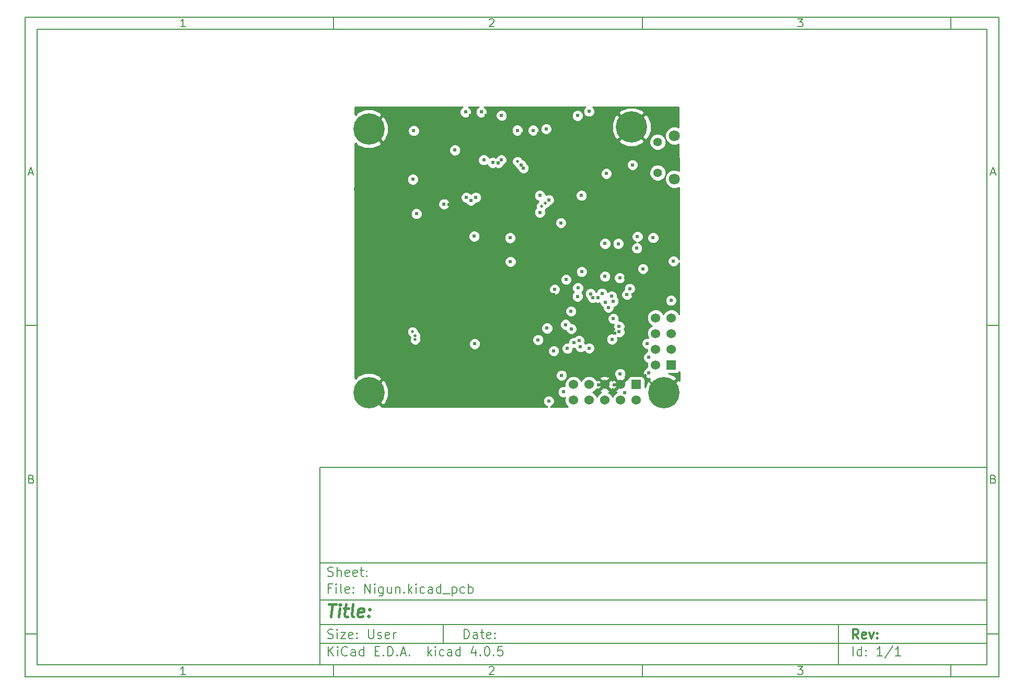
<source format=gbr>
G04 #@! TF.FileFunction,Copper,L2,Inr,Signal*
%FSLAX46Y46*%
G04 Gerber Fmt 4.6, Leading zero omitted, Abs format (unit mm)*
G04 Created by KiCad (PCBNEW 4.0.5) date 2017 September 25, Monday 02:54:35*
%MOMM*%
%LPD*%
G01*
G04 APERTURE LIST*
%ADD10C,0.100000*%
%ADD11C,0.150000*%
%ADD12C,0.300000*%
%ADD13C,0.400000*%
%ADD14C,0.609600*%
%ADD15R,1.524000X1.524000*%
%ADD16C,1.524000*%
%ADD17C,1.408000*%
%ADD18C,1.800000*%
%ADD19C,5.080000*%
%ADD20C,0.508000*%
%ADD21C,0.330200*%
%ADD22C,0.254000*%
G04 APERTURE END LIST*
D10*
D11*
X57800000Y-83000000D02*
X57800000Y-115000000D01*
X165800000Y-115000000D01*
X165800000Y-83000000D01*
X57800000Y-83000000D01*
D10*
D11*
X10000000Y-10000000D02*
X10000000Y-117000000D01*
X167800000Y-117000000D01*
X167800000Y-10000000D01*
X10000000Y-10000000D01*
D10*
D11*
X12000000Y-12000000D02*
X12000000Y-115000000D01*
X165800000Y-115000000D01*
X165800000Y-12000000D01*
X12000000Y-12000000D01*
D10*
D11*
X60000000Y-12000000D02*
X60000000Y-10000000D01*
D10*
D11*
X110000000Y-12000000D02*
X110000000Y-10000000D01*
D10*
D11*
X160000000Y-12000000D02*
X160000000Y-10000000D01*
D10*
D11*
X35990476Y-11588095D02*
X35247619Y-11588095D01*
X35619048Y-11588095D02*
X35619048Y-10288095D01*
X35495238Y-10473810D01*
X35371429Y-10597619D01*
X35247619Y-10659524D01*
D10*
D11*
X85247619Y-10411905D02*
X85309524Y-10350000D01*
X85433333Y-10288095D01*
X85742857Y-10288095D01*
X85866667Y-10350000D01*
X85928571Y-10411905D01*
X85990476Y-10535714D01*
X85990476Y-10659524D01*
X85928571Y-10845238D01*
X85185714Y-11588095D01*
X85990476Y-11588095D01*
D10*
D11*
X135185714Y-10288095D02*
X135990476Y-10288095D01*
X135557143Y-10783333D01*
X135742857Y-10783333D01*
X135866667Y-10845238D01*
X135928571Y-10907143D01*
X135990476Y-11030952D01*
X135990476Y-11340476D01*
X135928571Y-11464286D01*
X135866667Y-11526190D01*
X135742857Y-11588095D01*
X135371429Y-11588095D01*
X135247619Y-11526190D01*
X135185714Y-11464286D01*
D10*
D11*
X60000000Y-115000000D02*
X60000000Y-117000000D01*
D10*
D11*
X110000000Y-115000000D02*
X110000000Y-117000000D01*
D10*
D11*
X160000000Y-115000000D02*
X160000000Y-117000000D01*
D10*
D11*
X35990476Y-116588095D02*
X35247619Y-116588095D01*
X35619048Y-116588095D02*
X35619048Y-115288095D01*
X35495238Y-115473810D01*
X35371429Y-115597619D01*
X35247619Y-115659524D01*
D10*
D11*
X85247619Y-115411905D02*
X85309524Y-115350000D01*
X85433333Y-115288095D01*
X85742857Y-115288095D01*
X85866667Y-115350000D01*
X85928571Y-115411905D01*
X85990476Y-115535714D01*
X85990476Y-115659524D01*
X85928571Y-115845238D01*
X85185714Y-116588095D01*
X85990476Y-116588095D01*
D10*
D11*
X135185714Y-115288095D02*
X135990476Y-115288095D01*
X135557143Y-115783333D01*
X135742857Y-115783333D01*
X135866667Y-115845238D01*
X135928571Y-115907143D01*
X135990476Y-116030952D01*
X135990476Y-116340476D01*
X135928571Y-116464286D01*
X135866667Y-116526190D01*
X135742857Y-116588095D01*
X135371429Y-116588095D01*
X135247619Y-116526190D01*
X135185714Y-116464286D01*
D10*
D11*
X10000000Y-60000000D02*
X12000000Y-60000000D01*
D10*
D11*
X10000000Y-110000000D02*
X12000000Y-110000000D01*
D10*
D11*
X10690476Y-35216667D02*
X11309524Y-35216667D01*
X10566667Y-35588095D02*
X11000000Y-34288095D01*
X11433333Y-35588095D01*
D10*
D11*
X11092857Y-84907143D02*
X11278571Y-84969048D01*
X11340476Y-85030952D01*
X11402381Y-85154762D01*
X11402381Y-85340476D01*
X11340476Y-85464286D01*
X11278571Y-85526190D01*
X11154762Y-85588095D01*
X10659524Y-85588095D01*
X10659524Y-84288095D01*
X11092857Y-84288095D01*
X11216667Y-84350000D01*
X11278571Y-84411905D01*
X11340476Y-84535714D01*
X11340476Y-84659524D01*
X11278571Y-84783333D01*
X11216667Y-84845238D01*
X11092857Y-84907143D01*
X10659524Y-84907143D01*
D10*
D11*
X167800000Y-60000000D02*
X165800000Y-60000000D01*
D10*
D11*
X167800000Y-110000000D02*
X165800000Y-110000000D01*
D10*
D11*
X166490476Y-35216667D02*
X167109524Y-35216667D01*
X166366667Y-35588095D02*
X166800000Y-34288095D01*
X167233333Y-35588095D01*
D10*
D11*
X166892857Y-84907143D02*
X167078571Y-84969048D01*
X167140476Y-85030952D01*
X167202381Y-85154762D01*
X167202381Y-85340476D01*
X167140476Y-85464286D01*
X167078571Y-85526190D01*
X166954762Y-85588095D01*
X166459524Y-85588095D01*
X166459524Y-84288095D01*
X166892857Y-84288095D01*
X167016667Y-84350000D01*
X167078571Y-84411905D01*
X167140476Y-84535714D01*
X167140476Y-84659524D01*
X167078571Y-84783333D01*
X167016667Y-84845238D01*
X166892857Y-84907143D01*
X166459524Y-84907143D01*
D10*
D11*
X81157143Y-110778571D02*
X81157143Y-109278571D01*
X81514286Y-109278571D01*
X81728571Y-109350000D01*
X81871429Y-109492857D01*
X81942857Y-109635714D01*
X82014286Y-109921429D01*
X82014286Y-110135714D01*
X81942857Y-110421429D01*
X81871429Y-110564286D01*
X81728571Y-110707143D01*
X81514286Y-110778571D01*
X81157143Y-110778571D01*
X83300000Y-110778571D02*
X83300000Y-109992857D01*
X83228571Y-109850000D01*
X83085714Y-109778571D01*
X82800000Y-109778571D01*
X82657143Y-109850000D01*
X83300000Y-110707143D02*
X83157143Y-110778571D01*
X82800000Y-110778571D01*
X82657143Y-110707143D01*
X82585714Y-110564286D01*
X82585714Y-110421429D01*
X82657143Y-110278571D01*
X82800000Y-110207143D01*
X83157143Y-110207143D01*
X83300000Y-110135714D01*
X83800000Y-109778571D02*
X84371429Y-109778571D01*
X84014286Y-109278571D02*
X84014286Y-110564286D01*
X84085714Y-110707143D01*
X84228572Y-110778571D01*
X84371429Y-110778571D01*
X85442857Y-110707143D02*
X85300000Y-110778571D01*
X85014286Y-110778571D01*
X84871429Y-110707143D01*
X84800000Y-110564286D01*
X84800000Y-109992857D01*
X84871429Y-109850000D01*
X85014286Y-109778571D01*
X85300000Y-109778571D01*
X85442857Y-109850000D01*
X85514286Y-109992857D01*
X85514286Y-110135714D01*
X84800000Y-110278571D01*
X86157143Y-110635714D02*
X86228571Y-110707143D01*
X86157143Y-110778571D01*
X86085714Y-110707143D01*
X86157143Y-110635714D01*
X86157143Y-110778571D01*
X86157143Y-109850000D02*
X86228571Y-109921429D01*
X86157143Y-109992857D01*
X86085714Y-109921429D01*
X86157143Y-109850000D01*
X86157143Y-109992857D01*
D10*
D11*
X57800000Y-111500000D02*
X165800000Y-111500000D01*
D10*
D11*
X59157143Y-113578571D02*
X59157143Y-112078571D01*
X60014286Y-113578571D02*
X59371429Y-112721429D01*
X60014286Y-112078571D02*
X59157143Y-112935714D01*
X60657143Y-113578571D02*
X60657143Y-112578571D01*
X60657143Y-112078571D02*
X60585714Y-112150000D01*
X60657143Y-112221429D01*
X60728571Y-112150000D01*
X60657143Y-112078571D01*
X60657143Y-112221429D01*
X62228572Y-113435714D02*
X62157143Y-113507143D01*
X61942857Y-113578571D01*
X61800000Y-113578571D01*
X61585715Y-113507143D01*
X61442857Y-113364286D01*
X61371429Y-113221429D01*
X61300000Y-112935714D01*
X61300000Y-112721429D01*
X61371429Y-112435714D01*
X61442857Y-112292857D01*
X61585715Y-112150000D01*
X61800000Y-112078571D01*
X61942857Y-112078571D01*
X62157143Y-112150000D01*
X62228572Y-112221429D01*
X63514286Y-113578571D02*
X63514286Y-112792857D01*
X63442857Y-112650000D01*
X63300000Y-112578571D01*
X63014286Y-112578571D01*
X62871429Y-112650000D01*
X63514286Y-113507143D02*
X63371429Y-113578571D01*
X63014286Y-113578571D01*
X62871429Y-113507143D01*
X62800000Y-113364286D01*
X62800000Y-113221429D01*
X62871429Y-113078571D01*
X63014286Y-113007143D01*
X63371429Y-113007143D01*
X63514286Y-112935714D01*
X64871429Y-113578571D02*
X64871429Y-112078571D01*
X64871429Y-113507143D02*
X64728572Y-113578571D01*
X64442858Y-113578571D01*
X64300000Y-113507143D01*
X64228572Y-113435714D01*
X64157143Y-113292857D01*
X64157143Y-112864286D01*
X64228572Y-112721429D01*
X64300000Y-112650000D01*
X64442858Y-112578571D01*
X64728572Y-112578571D01*
X64871429Y-112650000D01*
X66728572Y-112792857D02*
X67228572Y-112792857D01*
X67442858Y-113578571D02*
X66728572Y-113578571D01*
X66728572Y-112078571D01*
X67442858Y-112078571D01*
X68085715Y-113435714D02*
X68157143Y-113507143D01*
X68085715Y-113578571D01*
X68014286Y-113507143D01*
X68085715Y-113435714D01*
X68085715Y-113578571D01*
X68800001Y-113578571D02*
X68800001Y-112078571D01*
X69157144Y-112078571D01*
X69371429Y-112150000D01*
X69514287Y-112292857D01*
X69585715Y-112435714D01*
X69657144Y-112721429D01*
X69657144Y-112935714D01*
X69585715Y-113221429D01*
X69514287Y-113364286D01*
X69371429Y-113507143D01*
X69157144Y-113578571D01*
X68800001Y-113578571D01*
X70300001Y-113435714D02*
X70371429Y-113507143D01*
X70300001Y-113578571D01*
X70228572Y-113507143D01*
X70300001Y-113435714D01*
X70300001Y-113578571D01*
X70942858Y-113150000D02*
X71657144Y-113150000D01*
X70800001Y-113578571D02*
X71300001Y-112078571D01*
X71800001Y-113578571D01*
X72300001Y-113435714D02*
X72371429Y-113507143D01*
X72300001Y-113578571D01*
X72228572Y-113507143D01*
X72300001Y-113435714D01*
X72300001Y-113578571D01*
X75300001Y-113578571D02*
X75300001Y-112078571D01*
X75442858Y-113007143D02*
X75871429Y-113578571D01*
X75871429Y-112578571D02*
X75300001Y-113150000D01*
X76514287Y-113578571D02*
X76514287Y-112578571D01*
X76514287Y-112078571D02*
X76442858Y-112150000D01*
X76514287Y-112221429D01*
X76585715Y-112150000D01*
X76514287Y-112078571D01*
X76514287Y-112221429D01*
X77871430Y-113507143D02*
X77728573Y-113578571D01*
X77442859Y-113578571D01*
X77300001Y-113507143D01*
X77228573Y-113435714D01*
X77157144Y-113292857D01*
X77157144Y-112864286D01*
X77228573Y-112721429D01*
X77300001Y-112650000D01*
X77442859Y-112578571D01*
X77728573Y-112578571D01*
X77871430Y-112650000D01*
X79157144Y-113578571D02*
X79157144Y-112792857D01*
X79085715Y-112650000D01*
X78942858Y-112578571D01*
X78657144Y-112578571D01*
X78514287Y-112650000D01*
X79157144Y-113507143D02*
X79014287Y-113578571D01*
X78657144Y-113578571D01*
X78514287Y-113507143D01*
X78442858Y-113364286D01*
X78442858Y-113221429D01*
X78514287Y-113078571D01*
X78657144Y-113007143D01*
X79014287Y-113007143D01*
X79157144Y-112935714D01*
X80514287Y-113578571D02*
X80514287Y-112078571D01*
X80514287Y-113507143D02*
X80371430Y-113578571D01*
X80085716Y-113578571D01*
X79942858Y-113507143D01*
X79871430Y-113435714D01*
X79800001Y-113292857D01*
X79800001Y-112864286D01*
X79871430Y-112721429D01*
X79942858Y-112650000D01*
X80085716Y-112578571D01*
X80371430Y-112578571D01*
X80514287Y-112650000D01*
X83014287Y-112578571D02*
X83014287Y-113578571D01*
X82657144Y-112007143D02*
X82300001Y-113078571D01*
X83228573Y-113078571D01*
X83800001Y-113435714D02*
X83871429Y-113507143D01*
X83800001Y-113578571D01*
X83728572Y-113507143D01*
X83800001Y-113435714D01*
X83800001Y-113578571D01*
X84800001Y-112078571D02*
X84942858Y-112078571D01*
X85085715Y-112150000D01*
X85157144Y-112221429D01*
X85228573Y-112364286D01*
X85300001Y-112650000D01*
X85300001Y-113007143D01*
X85228573Y-113292857D01*
X85157144Y-113435714D01*
X85085715Y-113507143D01*
X84942858Y-113578571D01*
X84800001Y-113578571D01*
X84657144Y-113507143D01*
X84585715Y-113435714D01*
X84514287Y-113292857D01*
X84442858Y-113007143D01*
X84442858Y-112650000D01*
X84514287Y-112364286D01*
X84585715Y-112221429D01*
X84657144Y-112150000D01*
X84800001Y-112078571D01*
X85942858Y-113435714D02*
X86014286Y-113507143D01*
X85942858Y-113578571D01*
X85871429Y-113507143D01*
X85942858Y-113435714D01*
X85942858Y-113578571D01*
X87371430Y-112078571D02*
X86657144Y-112078571D01*
X86585715Y-112792857D01*
X86657144Y-112721429D01*
X86800001Y-112650000D01*
X87157144Y-112650000D01*
X87300001Y-112721429D01*
X87371430Y-112792857D01*
X87442858Y-112935714D01*
X87442858Y-113292857D01*
X87371430Y-113435714D01*
X87300001Y-113507143D01*
X87157144Y-113578571D01*
X86800001Y-113578571D01*
X86657144Y-113507143D01*
X86585715Y-113435714D01*
D10*
D11*
X57800000Y-108500000D02*
X165800000Y-108500000D01*
D10*
D12*
X145014286Y-110778571D02*
X144514286Y-110064286D01*
X144157143Y-110778571D02*
X144157143Y-109278571D01*
X144728571Y-109278571D01*
X144871429Y-109350000D01*
X144942857Y-109421429D01*
X145014286Y-109564286D01*
X145014286Y-109778571D01*
X144942857Y-109921429D01*
X144871429Y-109992857D01*
X144728571Y-110064286D01*
X144157143Y-110064286D01*
X146228571Y-110707143D02*
X146085714Y-110778571D01*
X145800000Y-110778571D01*
X145657143Y-110707143D01*
X145585714Y-110564286D01*
X145585714Y-109992857D01*
X145657143Y-109850000D01*
X145800000Y-109778571D01*
X146085714Y-109778571D01*
X146228571Y-109850000D01*
X146300000Y-109992857D01*
X146300000Y-110135714D01*
X145585714Y-110278571D01*
X146800000Y-109778571D02*
X147157143Y-110778571D01*
X147514285Y-109778571D01*
X148085714Y-110635714D02*
X148157142Y-110707143D01*
X148085714Y-110778571D01*
X148014285Y-110707143D01*
X148085714Y-110635714D01*
X148085714Y-110778571D01*
X148085714Y-109850000D02*
X148157142Y-109921429D01*
X148085714Y-109992857D01*
X148014285Y-109921429D01*
X148085714Y-109850000D01*
X148085714Y-109992857D01*
D10*
D11*
X59085714Y-110707143D02*
X59300000Y-110778571D01*
X59657143Y-110778571D01*
X59800000Y-110707143D01*
X59871429Y-110635714D01*
X59942857Y-110492857D01*
X59942857Y-110350000D01*
X59871429Y-110207143D01*
X59800000Y-110135714D01*
X59657143Y-110064286D01*
X59371429Y-109992857D01*
X59228571Y-109921429D01*
X59157143Y-109850000D01*
X59085714Y-109707143D01*
X59085714Y-109564286D01*
X59157143Y-109421429D01*
X59228571Y-109350000D01*
X59371429Y-109278571D01*
X59728571Y-109278571D01*
X59942857Y-109350000D01*
X60585714Y-110778571D02*
X60585714Y-109778571D01*
X60585714Y-109278571D02*
X60514285Y-109350000D01*
X60585714Y-109421429D01*
X60657142Y-109350000D01*
X60585714Y-109278571D01*
X60585714Y-109421429D01*
X61157143Y-109778571D02*
X61942857Y-109778571D01*
X61157143Y-110778571D01*
X61942857Y-110778571D01*
X63085714Y-110707143D02*
X62942857Y-110778571D01*
X62657143Y-110778571D01*
X62514286Y-110707143D01*
X62442857Y-110564286D01*
X62442857Y-109992857D01*
X62514286Y-109850000D01*
X62657143Y-109778571D01*
X62942857Y-109778571D01*
X63085714Y-109850000D01*
X63157143Y-109992857D01*
X63157143Y-110135714D01*
X62442857Y-110278571D01*
X63800000Y-110635714D02*
X63871428Y-110707143D01*
X63800000Y-110778571D01*
X63728571Y-110707143D01*
X63800000Y-110635714D01*
X63800000Y-110778571D01*
X63800000Y-109850000D02*
X63871428Y-109921429D01*
X63800000Y-109992857D01*
X63728571Y-109921429D01*
X63800000Y-109850000D01*
X63800000Y-109992857D01*
X65657143Y-109278571D02*
X65657143Y-110492857D01*
X65728571Y-110635714D01*
X65800000Y-110707143D01*
X65942857Y-110778571D01*
X66228571Y-110778571D01*
X66371429Y-110707143D01*
X66442857Y-110635714D01*
X66514286Y-110492857D01*
X66514286Y-109278571D01*
X67157143Y-110707143D02*
X67300000Y-110778571D01*
X67585715Y-110778571D01*
X67728572Y-110707143D01*
X67800000Y-110564286D01*
X67800000Y-110492857D01*
X67728572Y-110350000D01*
X67585715Y-110278571D01*
X67371429Y-110278571D01*
X67228572Y-110207143D01*
X67157143Y-110064286D01*
X67157143Y-109992857D01*
X67228572Y-109850000D01*
X67371429Y-109778571D01*
X67585715Y-109778571D01*
X67728572Y-109850000D01*
X69014286Y-110707143D02*
X68871429Y-110778571D01*
X68585715Y-110778571D01*
X68442858Y-110707143D01*
X68371429Y-110564286D01*
X68371429Y-109992857D01*
X68442858Y-109850000D01*
X68585715Y-109778571D01*
X68871429Y-109778571D01*
X69014286Y-109850000D01*
X69085715Y-109992857D01*
X69085715Y-110135714D01*
X68371429Y-110278571D01*
X69728572Y-110778571D02*
X69728572Y-109778571D01*
X69728572Y-110064286D02*
X69800000Y-109921429D01*
X69871429Y-109850000D01*
X70014286Y-109778571D01*
X70157143Y-109778571D01*
D10*
D11*
X144157143Y-113578571D02*
X144157143Y-112078571D01*
X145514286Y-113578571D02*
X145514286Y-112078571D01*
X145514286Y-113507143D02*
X145371429Y-113578571D01*
X145085715Y-113578571D01*
X144942857Y-113507143D01*
X144871429Y-113435714D01*
X144800000Y-113292857D01*
X144800000Y-112864286D01*
X144871429Y-112721429D01*
X144942857Y-112650000D01*
X145085715Y-112578571D01*
X145371429Y-112578571D01*
X145514286Y-112650000D01*
X146228572Y-113435714D02*
X146300000Y-113507143D01*
X146228572Y-113578571D01*
X146157143Y-113507143D01*
X146228572Y-113435714D01*
X146228572Y-113578571D01*
X146228572Y-112650000D02*
X146300000Y-112721429D01*
X146228572Y-112792857D01*
X146157143Y-112721429D01*
X146228572Y-112650000D01*
X146228572Y-112792857D01*
X148871429Y-113578571D02*
X148014286Y-113578571D01*
X148442858Y-113578571D02*
X148442858Y-112078571D01*
X148300001Y-112292857D01*
X148157143Y-112435714D01*
X148014286Y-112507143D01*
X150585714Y-112007143D02*
X149300000Y-113935714D01*
X151871429Y-113578571D02*
X151014286Y-113578571D01*
X151442858Y-113578571D02*
X151442858Y-112078571D01*
X151300001Y-112292857D01*
X151157143Y-112435714D01*
X151014286Y-112507143D01*
D10*
D11*
X57800000Y-104500000D02*
X165800000Y-104500000D01*
D10*
D13*
X59252381Y-105204762D02*
X60395238Y-105204762D01*
X59573810Y-107204762D02*
X59823810Y-105204762D01*
X60811905Y-107204762D02*
X60978571Y-105871429D01*
X61061905Y-105204762D02*
X60954762Y-105300000D01*
X61038095Y-105395238D01*
X61145239Y-105300000D01*
X61061905Y-105204762D01*
X61038095Y-105395238D01*
X61645238Y-105871429D02*
X62407143Y-105871429D01*
X62014286Y-105204762D02*
X61800000Y-106919048D01*
X61871430Y-107109524D01*
X62050001Y-107204762D01*
X62240477Y-107204762D01*
X63192858Y-107204762D02*
X63014287Y-107109524D01*
X62942857Y-106919048D01*
X63157143Y-105204762D01*
X64728572Y-107109524D02*
X64526191Y-107204762D01*
X64145239Y-107204762D01*
X63966667Y-107109524D01*
X63895238Y-106919048D01*
X63990476Y-106157143D01*
X64109524Y-105966667D01*
X64311905Y-105871429D01*
X64692857Y-105871429D01*
X64871429Y-105966667D01*
X64942857Y-106157143D01*
X64919048Y-106347619D01*
X63942857Y-106538095D01*
X65692857Y-107014286D02*
X65776192Y-107109524D01*
X65669048Y-107204762D01*
X65585715Y-107109524D01*
X65692857Y-107014286D01*
X65669048Y-107204762D01*
X65823810Y-105966667D02*
X65907144Y-106061905D01*
X65800000Y-106157143D01*
X65716667Y-106061905D01*
X65823810Y-105966667D01*
X65800000Y-106157143D01*
D10*
D11*
X59657143Y-102592857D02*
X59157143Y-102592857D01*
X59157143Y-103378571D02*
X59157143Y-101878571D01*
X59871429Y-101878571D01*
X60442857Y-103378571D02*
X60442857Y-102378571D01*
X60442857Y-101878571D02*
X60371428Y-101950000D01*
X60442857Y-102021429D01*
X60514285Y-101950000D01*
X60442857Y-101878571D01*
X60442857Y-102021429D01*
X61371429Y-103378571D02*
X61228571Y-103307143D01*
X61157143Y-103164286D01*
X61157143Y-101878571D01*
X62514285Y-103307143D02*
X62371428Y-103378571D01*
X62085714Y-103378571D01*
X61942857Y-103307143D01*
X61871428Y-103164286D01*
X61871428Y-102592857D01*
X61942857Y-102450000D01*
X62085714Y-102378571D01*
X62371428Y-102378571D01*
X62514285Y-102450000D01*
X62585714Y-102592857D01*
X62585714Y-102735714D01*
X61871428Y-102878571D01*
X63228571Y-103235714D02*
X63299999Y-103307143D01*
X63228571Y-103378571D01*
X63157142Y-103307143D01*
X63228571Y-103235714D01*
X63228571Y-103378571D01*
X63228571Y-102450000D02*
X63299999Y-102521429D01*
X63228571Y-102592857D01*
X63157142Y-102521429D01*
X63228571Y-102450000D01*
X63228571Y-102592857D01*
X65085714Y-103378571D02*
X65085714Y-101878571D01*
X65942857Y-103378571D01*
X65942857Y-101878571D01*
X66657143Y-103378571D02*
X66657143Y-102378571D01*
X66657143Y-101878571D02*
X66585714Y-101950000D01*
X66657143Y-102021429D01*
X66728571Y-101950000D01*
X66657143Y-101878571D01*
X66657143Y-102021429D01*
X68014286Y-102378571D02*
X68014286Y-103592857D01*
X67942857Y-103735714D01*
X67871429Y-103807143D01*
X67728572Y-103878571D01*
X67514286Y-103878571D01*
X67371429Y-103807143D01*
X68014286Y-103307143D02*
X67871429Y-103378571D01*
X67585715Y-103378571D01*
X67442857Y-103307143D01*
X67371429Y-103235714D01*
X67300000Y-103092857D01*
X67300000Y-102664286D01*
X67371429Y-102521429D01*
X67442857Y-102450000D01*
X67585715Y-102378571D01*
X67871429Y-102378571D01*
X68014286Y-102450000D01*
X69371429Y-102378571D02*
X69371429Y-103378571D01*
X68728572Y-102378571D02*
X68728572Y-103164286D01*
X68800000Y-103307143D01*
X68942858Y-103378571D01*
X69157143Y-103378571D01*
X69300000Y-103307143D01*
X69371429Y-103235714D01*
X70085715Y-102378571D02*
X70085715Y-103378571D01*
X70085715Y-102521429D02*
X70157143Y-102450000D01*
X70300001Y-102378571D01*
X70514286Y-102378571D01*
X70657143Y-102450000D01*
X70728572Y-102592857D01*
X70728572Y-103378571D01*
X71442858Y-103235714D02*
X71514286Y-103307143D01*
X71442858Y-103378571D01*
X71371429Y-103307143D01*
X71442858Y-103235714D01*
X71442858Y-103378571D01*
X72157144Y-103378571D02*
X72157144Y-101878571D01*
X72300001Y-102807143D02*
X72728572Y-103378571D01*
X72728572Y-102378571D02*
X72157144Y-102950000D01*
X73371430Y-103378571D02*
X73371430Y-102378571D01*
X73371430Y-101878571D02*
X73300001Y-101950000D01*
X73371430Y-102021429D01*
X73442858Y-101950000D01*
X73371430Y-101878571D01*
X73371430Y-102021429D01*
X74728573Y-103307143D02*
X74585716Y-103378571D01*
X74300002Y-103378571D01*
X74157144Y-103307143D01*
X74085716Y-103235714D01*
X74014287Y-103092857D01*
X74014287Y-102664286D01*
X74085716Y-102521429D01*
X74157144Y-102450000D01*
X74300002Y-102378571D01*
X74585716Y-102378571D01*
X74728573Y-102450000D01*
X76014287Y-103378571D02*
X76014287Y-102592857D01*
X75942858Y-102450000D01*
X75800001Y-102378571D01*
X75514287Y-102378571D01*
X75371430Y-102450000D01*
X76014287Y-103307143D02*
X75871430Y-103378571D01*
X75514287Y-103378571D01*
X75371430Y-103307143D01*
X75300001Y-103164286D01*
X75300001Y-103021429D01*
X75371430Y-102878571D01*
X75514287Y-102807143D01*
X75871430Y-102807143D01*
X76014287Y-102735714D01*
X77371430Y-103378571D02*
X77371430Y-101878571D01*
X77371430Y-103307143D02*
X77228573Y-103378571D01*
X76942859Y-103378571D01*
X76800001Y-103307143D01*
X76728573Y-103235714D01*
X76657144Y-103092857D01*
X76657144Y-102664286D01*
X76728573Y-102521429D01*
X76800001Y-102450000D01*
X76942859Y-102378571D01*
X77228573Y-102378571D01*
X77371430Y-102450000D01*
X77728573Y-103521429D02*
X78871430Y-103521429D01*
X79228573Y-102378571D02*
X79228573Y-103878571D01*
X79228573Y-102450000D02*
X79371430Y-102378571D01*
X79657144Y-102378571D01*
X79800001Y-102450000D01*
X79871430Y-102521429D01*
X79942859Y-102664286D01*
X79942859Y-103092857D01*
X79871430Y-103235714D01*
X79800001Y-103307143D01*
X79657144Y-103378571D01*
X79371430Y-103378571D01*
X79228573Y-103307143D01*
X81228573Y-103307143D02*
X81085716Y-103378571D01*
X80800002Y-103378571D01*
X80657144Y-103307143D01*
X80585716Y-103235714D01*
X80514287Y-103092857D01*
X80514287Y-102664286D01*
X80585716Y-102521429D01*
X80657144Y-102450000D01*
X80800002Y-102378571D01*
X81085716Y-102378571D01*
X81228573Y-102450000D01*
X81871430Y-103378571D02*
X81871430Y-101878571D01*
X81871430Y-102450000D02*
X82014287Y-102378571D01*
X82300001Y-102378571D01*
X82442858Y-102450000D01*
X82514287Y-102521429D01*
X82585716Y-102664286D01*
X82585716Y-103092857D01*
X82514287Y-103235714D01*
X82442858Y-103307143D01*
X82300001Y-103378571D01*
X82014287Y-103378571D01*
X81871430Y-103307143D01*
D10*
D11*
X57800000Y-98500000D02*
X165800000Y-98500000D01*
D10*
D11*
X59085714Y-100607143D02*
X59300000Y-100678571D01*
X59657143Y-100678571D01*
X59800000Y-100607143D01*
X59871429Y-100535714D01*
X59942857Y-100392857D01*
X59942857Y-100250000D01*
X59871429Y-100107143D01*
X59800000Y-100035714D01*
X59657143Y-99964286D01*
X59371429Y-99892857D01*
X59228571Y-99821429D01*
X59157143Y-99750000D01*
X59085714Y-99607143D01*
X59085714Y-99464286D01*
X59157143Y-99321429D01*
X59228571Y-99250000D01*
X59371429Y-99178571D01*
X59728571Y-99178571D01*
X59942857Y-99250000D01*
X60585714Y-100678571D02*
X60585714Y-99178571D01*
X61228571Y-100678571D02*
X61228571Y-99892857D01*
X61157142Y-99750000D01*
X61014285Y-99678571D01*
X60800000Y-99678571D01*
X60657142Y-99750000D01*
X60585714Y-99821429D01*
X62514285Y-100607143D02*
X62371428Y-100678571D01*
X62085714Y-100678571D01*
X61942857Y-100607143D01*
X61871428Y-100464286D01*
X61871428Y-99892857D01*
X61942857Y-99750000D01*
X62085714Y-99678571D01*
X62371428Y-99678571D01*
X62514285Y-99750000D01*
X62585714Y-99892857D01*
X62585714Y-100035714D01*
X61871428Y-100178571D01*
X63799999Y-100607143D02*
X63657142Y-100678571D01*
X63371428Y-100678571D01*
X63228571Y-100607143D01*
X63157142Y-100464286D01*
X63157142Y-99892857D01*
X63228571Y-99750000D01*
X63371428Y-99678571D01*
X63657142Y-99678571D01*
X63799999Y-99750000D01*
X63871428Y-99892857D01*
X63871428Y-100035714D01*
X63157142Y-100178571D01*
X64299999Y-99678571D02*
X64871428Y-99678571D01*
X64514285Y-99178571D02*
X64514285Y-100464286D01*
X64585713Y-100607143D01*
X64728571Y-100678571D01*
X64871428Y-100678571D01*
X65371428Y-100535714D02*
X65442856Y-100607143D01*
X65371428Y-100678571D01*
X65299999Y-100607143D01*
X65371428Y-100535714D01*
X65371428Y-100678571D01*
X65371428Y-99750000D02*
X65442856Y-99821429D01*
X65371428Y-99892857D01*
X65299999Y-99821429D01*
X65371428Y-99750000D01*
X65371428Y-99892857D01*
D10*
D11*
X77800000Y-108500000D02*
X77800000Y-111500000D01*
D10*
D11*
X141800000Y-108500000D02*
X141800000Y-115000000D01*
D14*
X63512700Y-37846000D03*
X64935100Y-37846000D03*
X66205100Y-37846000D03*
X63652400Y-32804100D03*
X64935100Y-32804100D03*
X66179700Y-32829500D03*
X63703200Y-59067700D03*
X65087500Y-59131200D03*
X63792100Y-64109600D03*
X65112900Y-64109600D03*
X66344800Y-64109600D03*
X66382900Y-59156600D03*
X69316600Y-69151500D03*
X69532500Y-70192900D03*
X70307200Y-71120000D03*
X71628000Y-71259700D03*
X73177400Y-69176900D03*
D15*
X114706400Y-66382900D03*
D16*
X112166400Y-66382900D03*
X114706400Y-63842900D03*
X112166400Y-63842900D03*
X114706400Y-61302900D03*
X112166400Y-61302900D03*
X114706400Y-58762900D03*
X112166400Y-58762900D03*
D15*
X109004100Y-69583300D03*
D16*
X109004100Y-72123300D03*
X106464100Y-69583300D03*
X106464100Y-72123300D03*
X103924100Y-69583300D03*
X103924100Y-72123300D03*
X101384100Y-69583300D03*
X101384100Y-72123300D03*
X98844100Y-69583300D03*
X98844100Y-72123300D03*
D17*
X112501700Y-35243900D03*
X112501700Y-30243900D03*
D18*
X115201700Y-36243900D03*
X115201700Y-29243900D03*
D19*
X65709800Y-70878700D03*
D20*
X67564000Y-70878700D03*
X65684400Y-69024500D03*
X65684400Y-72834500D03*
X67056000Y-72250300D03*
X64287400Y-69634100D03*
X64338200Y-72301100D03*
X63855600Y-70878700D03*
X67056000Y-69532500D03*
D19*
X65709800Y-28143200D03*
D20*
X67564000Y-28143200D03*
X65684400Y-26289000D03*
X65684400Y-30099000D03*
X67056000Y-29514800D03*
X64287400Y-26898600D03*
X64338200Y-29565600D03*
X63855600Y-28143200D03*
X67056000Y-26797000D03*
D19*
X113499900Y-70904100D03*
D20*
X115354100Y-70904100D03*
X113474500Y-69049900D03*
X113474500Y-72859900D03*
X114846100Y-72275700D03*
X112077500Y-69659500D03*
X112128300Y-72326500D03*
X111645700Y-70904100D03*
X114846100Y-69557900D03*
D19*
X108254800Y-27825700D03*
D20*
X110109000Y-27825700D03*
X108229400Y-25971500D03*
X108229400Y-29781500D03*
X109601000Y-29197300D03*
X106832400Y-26581100D03*
X106883200Y-29248100D03*
X106400600Y-27825700D03*
X109601000Y-26479500D03*
D14*
X72936100Y-71247000D03*
X74206100Y-71247000D03*
X75476100Y-71247000D03*
X76746100Y-71247000D03*
X78016100Y-71247000D03*
X79286100Y-71247000D03*
X80556100Y-71247000D03*
X81826100Y-71247000D03*
X83096100Y-71247000D03*
X84366100Y-71247000D03*
X85636100Y-71247000D03*
X86906100Y-71247000D03*
X88176100Y-71247000D03*
X75717400Y-69176900D03*
X82067400Y-69176900D03*
X80797400Y-69176900D03*
X74447400Y-69176900D03*
X76987400Y-69176900D03*
X78257400Y-69176900D03*
X79527400Y-69176900D03*
X71297800Y-68795900D03*
X71259700Y-67310000D03*
X71272400Y-66230500D03*
X69202300Y-68046600D03*
X69202300Y-66776600D03*
X69202300Y-65506600D03*
X69202300Y-64236600D03*
X69469000Y-57531000D03*
X69469000Y-56261000D03*
X69469000Y-54991000D03*
X69469000Y-52451000D03*
X69469000Y-51181000D03*
X69469000Y-49911000D03*
X69469000Y-48641000D03*
X71005700Y-49098200D03*
X71005700Y-56718200D03*
X71005700Y-55448200D03*
X71005700Y-54178200D03*
X71005700Y-52908200D03*
X71005700Y-51638200D03*
X71005700Y-50368200D03*
X69227700Y-44310300D03*
X69227700Y-43040300D03*
X69227700Y-41770300D03*
X69227700Y-40500300D03*
X69227700Y-39230300D03*
X71005700Y-40970200D03*
X71005700Y-42240200D03*
X71005700Y-43510200D03*
X71005700Y-44780200D03*
X71310500Y-39890700D03*
X71081900Y-37706300D03*
X72390000Y-37719000D03*
X72275700Y-39471600D03*
X73266300Y-39471600D03*
X76022200Y-37807900D03*
X76542900Y-37134800D03*
X76136500Y-36461700D03*
X78016100Y-36131500D03*
X78155800Y-36906200D03*
X69545200Y-36017200D03*
X68275200Y-36017199D03*
X68897500Y-34480500D03*
X67627500Y-34480499D03*
X85979000Y-37909500D03*
X85979000Y-39179500D03*
X85979000Y-40449500D03*
X85979000Y-41719500D03*
X87249000Y-37909500D03*
X87249000Y-39179500D03*
X87249000Y-40449500D03*
X87249000Y-41719500D03*
X88519000Y-37909500D03*
X88519000Y-39179500D03*
X88519000Y-40449500D03*
X88519000Y-41719500D03*
X89789000Y-37909500D03*
X89789000Y-39179500D03*
X89789000Y-40449500D03*
X89789000Y-41719500D03*
X100977700Y-58331100D03*
X100977700Y-59601100D03*
X100977700Y-60871100D03*
X102247700Y-58331100D03*
X102247700Y-59601100D03*
X102247700Y-60871100D03*
X103517700Y-58331100D03*
X103517700Y-59601100D03*
X103517700Y-60871100D03*
X69469000Y-53721000D03*
X83921600Y-25387309D03*
X81371705Y-25387987D03*
X77895270Y-40322310D03*
X88595200Y-45796200D03*
X87204479Y-25951560D03*
X94436294Y-28132896D03*
X111760000Y-45783500D03*
X84340700Y-33167281D03*
X85792130Y-33601979D03*
X86688055Y-33616825D03*
X87173589Y-33142326D03*
X73428797Y-41892291D03*
X88646000Y-49644300D03*
X81513680Y-39245540D03*
D20*
X89763600Y-33401000D03*
D14*
X90360500Y-33976256D03*
X90754200Y-34497462D03*
X93408500Y-38932686D03*
X93409821Y-41650165D03*
X82778600Y-45542200D03*
X89763600Y-28359100D03*
X92329000Y-28359100D03*
X79654400Y-31572200D03*
X100147120Y-38920420D03*
X96822260Y-43365420D03*
X74580957Y-37417394D03*
X79734016Y-45257798D03*
X81626673Y-33417612D03*
X79462285Y-32675828D03*
X87358998Y-45681687D03*
X98452560Y-59243423D03*
X97586800Y-55219591D03*
X106241919Y-50306743D03*
X107604715Y-48693388D03*
X68217603Y-62964098D03*
X82803278Y-33374878D03*
X106093457Y-25298409D03*
X110959900Y-30924500D03*
X94348309Y-68694300D03*
X75389023Y-33724932D03*
X104851200Y-29502100D03*
X78723942Y-41356229D03*
X86702900Y-46875700D03*
X91593588Y-51576904D03*
X78191334Y-45379639D03*
X105544914Y-61285401D03*
X100639229Y-66124471D03*
X107567388Y-42547878D03*
X114757200Y-44284900D03*
X114769900Y-42405300D03*
X107340400Y-52311300D03*
X86720068Y-47650929D03*
X86772678Y-48781695D03*
X76771491Y-56965682D03*
X106420572Y-41541629D03*
X95639194Y-54961720D03*
X108496100Y-55003700D03*
X108851700Y-63195200D03*
X105460800Y-69608700D03*
X102908100Y-69596000D03*
X97205800Y-66573400D03*
X69037200Y-27724100D03*
D20*
X74686923Y-30732223D03*
X79616300Y-25971500D03*
X90512900Y-25920700D03*
D14*
X82207100Y-25958800D03*
X84709000Y-25946100D03*
X79241211Y-36487771D03*
X114642900Y-46697900D03*
X84747100Y-69202300D03*
X83388200Y-69202300D03*
X72181791Y-42852403D03*
X71678800Y-48463200D03*
X71678800Y-45466000D03*
X78473300Y-48196500D03*
X79705200Y-48183800D03*
X80878680Y-46926500D03*
X80878680Y-48186340D03*
X80878680Y-49430940D03*
X91605100Y-54368700D03*
X93586300Y-50723800D03*
X93548200Y-49466500D03*
X93522800Y-47752000D03*
X93522800Y-46443900D03*
X87541100Y-50215800D03*
X86677500Y-52235100D03*
X86677500Y-53949600D03*
X86677500Y-55422800D03*
X81747360Y-54033420D03*
X79669640Y-55359300D03*
X81346040Y-59738260D03*
X82092800Y-58547000D03*
X92430600Y-69570600D03*
X78719680Y-40434260D03*
X78727300Y-39243000D03*
X85445799Y-44548713D03*
X84505800Y-43141900D03*
X91695649Y-36699809D03*
X68249800Y-60248800D03*
X71361300Y-59118500D03*
X72199500Y-59194700D03*
X72301100Y-57746900D03*
X71010949Y-65173017D03*
X98513900Y-66586100D03*
X95669100Y-66509900D03*
X108813600Y-61988700D03*
X107480100Y-66141600D03*
X106095800Y-66141600D03*
X104724200Y-66141600D03*
X103339900Y-66141600D03*
X101981000Y-66116200D03*
X97599500Y-53924200D03*
X97586800Y-56642000D03*
X107746800Y-35140900D03*
X111455200Y-42697400D03*
X102082600Y-37617400D03*
X102082600Y-36322000D03*
X79616300Y-27190700D03*
X79616300Y-28397200D03*
X82194400Y-28384500D03*
X82207100Y-27190700D03*
X84772500Y-28397200D03*
X84709000Y-27152600D03*
X90525600Y-27127200D03*
X80314800Y-36461700D03*
X80302100Y-35242500D03*
X88049100Y-28892500D03*
X88061800Y-30137100D03*
X88061800Y-31381700D03*
X90639900Y-28892500D03*
X90639900Y-30137100D03*
X90639900Y-31381700D03*
X93141800Y-31381700D03*
X93141800Y-30149800D03*
X93141800Y-28930600D03*
X97835720Y-33535620D03*
X95758000Y-36309300D03*
X95755460Y-35026600D03*
X99250500Y-40944800D03*
X97965260Y-40934640D03*
X96665199Y-40948059D03*
X99763580Y-44625260D03*
X99761040Y-43367960D03*
X99758500Y-42113200D03*
X98849180Y-46103540D03*
X98831400Y-47353220D03*
X76880720Y-45354240D03*
X103471162Y-54788586D03*
X103976429Y-46723464D03*
X106117758Y-46735165D03*
X100191580Y-51275841D03*
X110109000Y-50812700D03*
X102830131Y-55477206D03*
X72847200Y-36309300D03*
X99521863Y-25984376D03*
X115062000Y-49568100D03*
X109131100Y-47459900D03*
X109220000Y-45593000D03*
D20*
X72809421Y-60998266D03*
D14*
X101384100Y-25298409D03*
X82245200Y-39743380D03*
X111088718Y-67688069D03*
X99764581Y-62455522D03*
X98922003Y-62779805D03*
X98515466Y-60555855D03*
X114668300Y-55930800D03*
X106412261Y-67825303D03*
X98452559Y-57698473D03*
X94576900Y-60439300D03*
X106349800Y-52285900D03*
X107530909Y-54978300D03*
X111039736Y-65155871D03*
X106260900Y-61036200D03*
X94861380Y-39644320D03*
X103954904Y-52039739D03*
X105321100Y-56045100D03*
X105321100Y-58888500D03*
D20*
X94254320Y-40162480D03*
D14*
X106255486Y-60158757D03*
D20*
X93657420Y-40637460D03*
D14*
X104057027Y-56228827D03*
X110832541Y-62922231D03*
X93116400Y-62331600D03*
D20*
X73228200Y-62306200D03*
D14*
X95807241Y-54145732D03*
X97675623Y-52552997D03*
X105052517Y-55234183D03*
X104533700Y-57061100D03*
D20*
X73228200Y-61645800D03*
D14*
X107165120Y-70933248D03*
X97225873Y-70771104D03*
X96930777Y-68092880D03*
X97866200Y-63715900D03*
X101389866Y-63680848D03*
X82852260Y-62981840D03*
X107980270Y-54030467D03*
X83045300Y-39243000D03*
X101626768Y-54861480D03*
X99517200Y-55283100D03*
X102012477Y-55518664D03*
X99580700Y-53911500D03*
X72986900Y-28422600D03*
X94856300Y-72250300D03*
X105100807Y-62224369D03*
X99987100Y-63474600D03*
X95669100Y-64135000D03*
X97586800Y-59855100D03*
X104192437Y-35376094D03*
X108419900Y-33959800D03*
D21*
X110540800Y-67983100D02*
X110540800Y-68413060D01*
X110540800Y-68413060D02*
X113196940Y-71069200D01*
X113196940Y-71069200D02*
X113626900Y-71069200D01*
X112204500Y-69824600D02*
X112382300Y-69824600D01*
X112382300Y-69824600D02*
X113626900Y-71069200D01*
X113601500Y-69215000D02*
X113601500Y-71043800D01*
X113601500Y-71043800D02*
X113626900Y-71069200D01*
X115481100Y-71069200D02*
X113626900Y-71069200D01*
X114973100Y-69723000D02*
X113626900Y-71069200D01*
D22*
G36*
X80840046Y-24590799D02*
X80575446Y-24854938D01*
X80432068Y-25200229D01*
X80431742Y-25574105D01*
X80574517Y-25919646D01*
X80838656Y-26184246D01*
X81183947Y-26327624D01*
X81557823Y-26327950D01*
X81903364Y-26185175D01*
X82167964Y-25921036D01*
X82311342Y-25575745D01*
X82311668Y-25201869D01*
X82168893Y-24856328D01*
X81904754Y-24591728D01*
X81802094Y-24549100D01*
X83489219Y-24549100D01*
X83389941Y-24590121D01*
X83125341Y-24854260D01*
X82981963Y-25199551D01*
X82981637Y-25573427D01*
X83124412Y-25918968D01*
X83388551Y-26183568D01*
X83733842Y-26326946D01*
X84107718Y-26327272D01*
X84453259Y-26184497D01*
X84500159Y-26137678D01*
X86264516Y-26137678D01*
X86407291Y-26483219D01*
X86671430Y-26747819D01*
X87016721Y-26891197D01*
X87390597Y-26891523D01*
X87736138Y-26748748D01*
X88000738Y-26484609D01*
X88131170Y-26170494D01*
X98581900Y-26170494D01*
X98724675Y-26516035D01*
X98988814Y-26780635D01*
X99334105Y-26924013D01*
X99707981Y-26924339D01*
X100053522Y-26781564D01*
X100318122Y-26517425D01*
X100461500Y-26172134D01*
X100461826Y-25798258D01*
X100319051Y-25452717D01*
X100054912Y-25188117D01*
X99709621Y-25044739D01*
X99335745Y-25044413D01*
X98990204Y-25187188D01*
X98725604Y-25451327D01*
X98582226Y-25796618D01*
X98581900Y-26170494D01*
X88131170Y-26170494D01*
X88144116Y-26139318D01*
X88144442Y-25765442D01*
X88001667Y-25419901D01*
X87737528Y-25155301D01*
X87392237Y-25011923D01*
X87018361Y-25011597D01*
X86672820Y-25154372D01*
X86408220Y-25418511D01*
X86264842Y-25763802D01*
X86264516Y-26137678D01*
X84500159Y-26137678D01*
X84717859Y-25920358D01*
X84861237Y-25575067D01*
X84861563Y-25201191D01*
X84718788Y-24855650D01*
X84454649Y-24591050D01*
X84353622Y-24549100D01*
X100804478Y-24549100D01*
X100587841Y-24765360D01*
X100444463Y-25110651D01*
X100444137Y-25484527D01*
X100586912Y-25830068D01*
X100851051Y-26094668D01*
X101196342Y-26238046D01*
X101570218Y-26238372D01*
X101915759Y-26095597D01*
X102180359Y-25831458D01*
X102292681Y-25560956D01*
X106169662Y-25560956D01*
X106407017Y-25798311D01*
X106401205Y-25970300D01*
X106832400Y-26401495D01*
X106846543Y-26387353D01*
X107026148Y-26566958D01*
X107012005Y-26581100D01*
X107443200Y-27012295D01*
X107615188Y-27006483D01*
X108254800Y-27646095D01*
X110032195Y-25868700D01*
X110032195Y-25868699D01*
X110339938Y-25560956D01*
X110053369Y-25134116D01*
X108886437Y-24650718D01*
X107623343Y-24650682D01*
X106456383Y-25134015D01*
X106456231Y-25134116D01*
X106169662Y-25560956D01*
X102292681Y-25560956D01*
X102323737Y-25486167D01*
X102324063Y-25112291D01*
X102181288Y-24766750D01*
X101964017Y-24549100D01*
X115900495Y-24549100D01*
X115908250Y-27875211D01*
X115508370Y-27709167D01*
X114897709Y-27708635D01*
X114333329Y-27941832D01*
X113901149Y-28373257D01*
X113666967Y-28937230D01*
X113666435Y-29547891D01*
X113899632Y-30112271D01*
X114331057Y-30544451D01*
X114895030Y-30778633D01*
X115505691Y-30779165D01*
X115914627Y-30610196D01*
X115924587Y-34881995D01*
X115508370Y-34709167D01*
X114897709Y-34708635D01*
X114333329Y-34941832D01*
X113901149Y-35373257D01*
X113666967Y-35937230D01*
X113666435Y-36547891D01*
X113899632Y-37112271D01*
X114331057Y-37544451D01*
X114895030Y-37778633D01*
X115505691Y-37779165D01*
X115930933Y-37603459D01*
X115958148Y-49275943D01*
X115859188Y-49036441D01*
X115595049Y-48771841D01*
X115249758Y-48628463D01*
X114875882Y-48628137D01*
X114530341Y-48770912D01*
X114265741Y-49035051D01*
X114122363Y-49380342D01*
X114122037Y-49754218D01*
X114264812Y-50099759D01*
X114528951Y-50364359D01*
X114874242Y-50507737D01*
X115248118Y-50508063D01*
X115593659Y-50365288D01*
X115858259Y-50101149D01*
X115959504Y-49857325D01*
X115978919Y-58184386D01*
X115891410Y-57972597D01*
X115498770Y-57579271D01*
X114985500Y-57366143D01*
X114429739Y-57365658D01*
X113916097Y-57577890D01*
X113522771Y-57970530D01*
X113436451Y-58178412D01*
X113351410Y-57972597D01*
X112958770Y-57579271D01*
X112445500Y-57366143D01*
X111889739Y-57365658D01*
X111376097Y-57577890D01*
X110982771Y-57970530D01*
X110769643Y-58483800D01*
X110769158Y-59039561D01*
X110981390Y-59553203D01*
X111374030Y-59946529D01*
X111581912Y-60032849D01*
X111376097Y-60117890D01*
X110982771Y-60510530D01*
X110769643Y-61023800D01*
X110769158Y-61579561D01*
X110935657Y-61982520D01*
X110646423Y-61982268D01*
X110300882Y-62125043D01*
X110036282Y-62389182D01*
X109892904Y-62734473D01*
X109892578Y-63108349D01*
X110035353Y-63453890D01*
X110299492Y-63718490D01*
X110644783Y-63861868D01*
X110769383Y-63861977D01*
X110769158Y-64119561D01*
X110815479Y-64231667D01*
X110508077Y-64358683D01*
X110243477Y-64622822D01*
X110100099Y-64968113D01*
X110099773Y-65341989D01*
X110242548Y-65687530D01*
X110506687Y-65952130D01*
X110784688Y-66067567D01*
X110769643Y-66103800D01*
X110769158Y-66659561D01*
X110819868Y-66782290D01*
X110557059Y-66890881D01*
X110292459Y-67155020D01*
X110149081Y-67500311D01*
X110148755Y-67874187D01*
X110291530Y-68219728D01*
X110555669Y-68484328D01*
X110900960Y-68627706D01*
X111201456Y-68627968D01*
X111122808Y-68706616D01*
X111235155Y-68818963D01*
X110808316Y-69105531D01*
X110413540Y-70058528D01*
X110413540Y-68821300D01*
X110369262Y-68585983D01*
X110230190Y-68369859D01*
X110017990Y-68224869D01*
X109766100Y-68173860D01*
X108242100Y-68173860D01*
X108006783Y-68218138D01*
X107790659Y-68357210D01*
X107645669Y-68569410D01*
X107594660Y-68821300D01*
X107594660Y-68825816D01*
X107444313Y-68782692D01*
X106643705Y-69583300D01*
X106657848Y-69597443D01*
X106478243Y-69777048D01*
X106464100Y-69762905D01*
X105663492Y-70563513D01*
X105732957Y-70805697D01*
X105873418Y-70855809D01*
X105673797Y-70938290D01*
X105280471Y-71330930D01*
X105194151Y-71538812D01*
X105109110Y-71332997D01*
X104716470Y-70939671D01*
X104524373Y-70859905D01*
X104655243Y-70805697D01*
X104724708Y-70563513D01*
X103924100Y-69762905D01*
X103123492Y-70563513D01*
X103192957Y-70805697D01*
X103333418Y-70855809D01*
X103133797Y-70938290D01*
X102740471Y-71330930D01*
X102654151Y-71538812D01*
X102569110Y-71332997D01*
X102176470Y-70939671D01*
X101968588Y-70853351D01*
X102174403Y-70768310D01*
X102567729Y-70375670D01*
X102647495Y-70183573D01*
X102701703Y-70314443D01*
X102943887Y-70383908D01*
X103744495Y-69583300D01*
X104103705Y-69583300D01*
X104904313Y-70383908D01*
X105146497Y-70314443D01*
X105190553Y-70190956D01*
X105241703Y-70314443D01*
X105483887Y-70383908D01*
X106284495Y-69583300D01*
X105483887Y-68782692D01*
X105241703Y-68852157D01*
X105197647Y-68975644D01*
X105146497Y-68852157D01*
X104904313Y-68782692D01*
X104103705Y-69583300D01*
X103744495Y-69583300D01*
X102943887Y-68782692D01*
X102701703Y-68852157D01*
X102651591Y-68992618D01*
X102569110Y-68792997D01*
X102379532Y-68603087D01*
X103123492Y-68603087D01*
X103924100Y-69403695D01*
X104724708Y-68603087D01*
X104655243Y-68360903D01*
X104131798Y-68174156D01*
X103576732Y-68201938D01*
X103192957Y-68360903D01*
X103123492Y-68603087D01*
X102379532Y-68603087D01*
X102176470Y-68399671D01*
X101663200Y-68186543D01*
X101107439Y-68186058D01*
X100593797Y-68398290D01*
X100200471Y-68790930D01*
X100114151Y-68998812D01*
X100029110Y-68792997D01*
X99636470Y-68399671D01*
X99123200Y-68186543D01*
X98567439Y-68186058D01*
X98053797Y-68398290D01*
X97660471Y-68790930D01*
X97447343Y-69304200D01*
X97446871Y-69845269D01*
X97413631Y-69831467D01*
X97039755Y-69831141D01*
X96694214Y-69973916D01*
X96429614Y-70238055D01*
X96286236Y-70583346D01*
X96285910Y-70957222D01*
X96428685Y-71302763D01*
X96692824Y-71567363D01*
X97038115Y-71710741D01*
X97411991Y-71711067D01*
X97521395Y-71665862D01*
X97447343Y-71844200D01*
X97446858Y-72399961D01*
X97659090Y-72913603D01*
X97911346Y-73166300D01*
X95100413Y-73166300D01*
X95387959Y-73047488D01*
X95652559Y-72783349D01*
X95795937Y-72438058D01*
X95796263Y-72064182D01*
X95653488Y-71718641D01*
X95389349Y-71454041D01*
X95044058Y-71310663D01*
X94670182Y-71310337D01*
X94324641Y-71453112D01*
X94060041Y-71717251D01*
X93916663Y-72062542D01*
X93916337Y-72436418D01*
X94059112Y-72781959D01*
X94323251Y-73046559D01*
X94611618Y-73166300D01*
X67779593Y-73166300D01*
X67794938Y-73143444D01*
X65709800Y-71058305D01*
X65695658Y-71072448D01*
X65516052Y-70892842D01*
X65530195Y-70878700D01*
X65889405Y-70878700D01*
X66625635Y-71614930D01*
X66624805Y-71639500D01*
X67056000Y-72070695D01*
X67068700Y-72057995D01*
X67248305Y-72237600D01*
X67235605Y-72250300D01*
X67666800Y-72681495D01*
X67691371Y-72680665D01*
X67974544Y-72963838D01*
X68401384Y-72677269D01*
X68884782Y-71510337D01*
X68884818Y-70247243D01*
X68401485Y-69080283D01*
X68401384Y-69080131D01*
X67974544Y-68793562D01*
X67666801Y-69101305D01*
X67235605Y-69532500D01*
X65889405Y-70878700D01*
X65530195Y-70878700D01*
X65516052Y-70864558D01*
X65695658Y-70684953D01*
X65709800Y-70699095D01*
X67487195Y-68921700D01*
X67487195Y-68921699D01*
X67794938Y-68613956D01*
X67570057Y-68278998D01*
X95990814Y-68278998D01*
X96133589Y-68624539D01*
X96397728Y-68889139D01*
X96743019Y-69032517D01*
X97116895Y-69032843D01*
X97462436Y-68890068D01*
X97727036Y-68625929D01*
X97870414Y-68280638D01*
X97870648Y-68011421D01*
X105472298Y-68011421D01*
X105615073Y-68356962D01*
X105707524Y-68449574D01*
X105663492Y-68603087D01*
X106464100Y-69403695D01*
X107264708Y-68603087D01*
X107197630Y-68369223D01*
X107208520Y-68358352D01*
X107351898Y-68013061D01*
X107352224Y-67639185D01*
X107209449Y-67293644D01*
X106945310Y-67029044D01*
X106600019Y-66885666D01*
X106226143Y-66885340D01*
X105880602Y-67028115D01*
X105616002Y-67292254D01*
X105472624Y-67637545D01*
X105472298Y-68011421D01*
X97870648Y-68011421D01*
X97870740Y-67906762D01*
X97727965Y-67561221D01*
X97463826Y-67296621D01*
X97118535Y-67153243D01*
X96744659Y-67152917D01*
X96399118Y-67295692D01*
X96134518Y-67559831D01*
X95991140Y-67905122D01*
X95990814Y-68278998D01*
X67570057Y-68278998D01*
X67508369Y-68187116D01*
X66341437Y-67703718D01*
X65078343Y-67703682D01*
X63911383Y-68187015D01*
X63911231Y-68187116D01*
X63624663Y-68613955D01*
X63512316Y-68501608D01*
X63484338Y-68529586D01*
X63483272Y-64321118D01*
X94729137Y-64321118D01*
X94871912Y-64666659D01*
X95136051Y-64931259D01*
X95481342Y-65074637D01*
X95855218Y-65074963D01*
X96200759Y-64932188D01*
X96465359Y-64668049D01*
X96608737Y-64322758D01*
X96609063Y-63948882D01*
X96589700Y-63902018D01*
X96926237Y-63902018D01*
X97069012Y-64247559D01*
X97333151Y-64512159D01*
X97678442Y-64655537D01*
X98052318Y-64655863D01*
X98397859Y-64513088D01*
X98662459Y-64248949D01*
X98805837Y-63903658D01*
X98805998Y-63719505D01*
X99071523Y-63719736D01*
X99189912Y-64006259D01*
X99454051Y-64270859D01*
X99799342Y-64414237D01*
X100173218Y-64414563D01*
X100518759Y-64271788D01*
X100588434Y-64202235D01*
X100592678Y-64212507D01*
X100856817Y-64477107D01*
X101202108Y-64620485D01*
X101575984Y-64620811D01*
X101921525Y-64478036D01*
X102186125Y-64213897D01*
X102329503Y-63868606D01*
X102329829Y-63494730D01*
X102187054Y-63149189D01*
X101922915Y-62884589D01*
X101577624Y-62741211D01*
X101203748Y-62740885D01*
X100858207Y-62883660D01*
X100788532Y-62953213D01*
X100784288Y-62942941D01*
X100639863Y-62798264D01*
X100704218Y-62643280D01*
X100704420Y-62410487D01*
X104160844Y-62410487D01*
X104303619Y-62756028D01*
X104567758Y-63020628D01*
X104913049Y-63164006D01*
X105286925Y-63164332D01*
X105632466Y-63021557D01*
X105897066Y-62757418D01*
X106040444Y-62412127D01*
X106040770Y-62038251D01*
X106002935Y-61946685D01*
X106073142Y-61975837D01*
X106447018Y-61976163D01*
X106792559Y-61833388D01*
X107057159Y-61569249D01*
X107200537Y-61223958D01*
X107200863Y-60850082D01*
X107093708Y-60590748D01*
X107195123Y-60346515D01*
X107195449Y-59972639D01*
X107052674Y-59627098D01*
X106788535Y-59362498D01*
X106443244Y-59219120D01*
X106201503Y-59218909D01*
X106260737Y-59076258D01*
X106261063Y-58702382D01*
X106118288Y-58356841D01*
X105854149Y-58092241D01*
X105508858Y-57948863D01*
X105134982Y-57948537D01*
X104789441Y-58091312D01*
X104524841Y-58355451D01*
X104381463Y-58700742D01*
X104381137Y-59074618D01*
X104523912Y-59420159D01*
X104788051Y-59684759D01*
X105133342Y-59828137D01*
X105375083Y-59828348D01*
X105315849Y-59970999D01*
X105315523Y-60344875D01*
X105422678Y-60604209D01*
X105321263Y-60848442D01*
X105320937Y-61222318D01*
X105358772Y-61313884D01*
X105288565Y-61284732D01*
X104914689Y-61284406D01*
X104569148Y-61427181D01*
X104304548Y-61691320D01*
X104161170Y-62036611D01*
X104160844Y-62410487D01*
X100704420Y-62410487D01*
X100704544Y-62269404D01*
X100561769Y-61923863D01*
X100297630Y-61659263D01*
X99952339Y-61515885D01*
X99578463Y-61515559D01*
X99232922Y-61658334D01*
X99050822Y-61840117D01*
X98735885Y-61839842D01*
X98390344Y-61982617D01*
X98125744Y-62246756D01*
X97982366Y-62592047D01*
X97982205Y-62776200D01*
X97680082Y-62775937D01*
X97334541Y-62918712D01*
X97069941Y-63182851D01*
X96926563Y-63528142D01*
X96926237Y-63902018D01*
X96589700Y-63902018D01*
X96466288Y-63603341D01*
X96202149Y-63338741D01*
X95856858Y-63195363D01*
X95482982Y-63195037D01*
X95137441Y-63337812D01*
X94872841Y-63601951D01*
X94729463Y-63947242D01*
X94729137Y-64321118D01*
X63483272Y-64321118D01*
X63482474Y-61174323D01*
X71920267Y-61174323D01*
X72055324Y-61501186D01*
X72305185Y-61751484D01*
X72339095Y-61765565D01*
X72339046Y-61821857D01*
X72402726Y-61975975D01*
X72339354Y-62128591D01*
X72339046Y-62482257D01*
X72474103Y-62809120D01*
X72723964Y-63059418D01*
X73050591Y-63195046D01*
X73404257Y-63195354D01*
X73470560Y-63167958D01*
X81912297Y-63167958D01*
X82055072Y-63513499D01*
X82319211Y-63778099D01*
X82664502Y-63921477D01*
X83038378Y-63921803D01*
X83383919Y-63779028D01*
X83648519Y-63514889D01*
X83791897Y-63169598D01*
X83792223Y-62795722D01*
X83677354Y-62517718D01*
X92176437Y-62517718D01*
X92319212Y-62863259D01*
X92583351Y-63127859D01*
X92928642Y-63271237D01*
X93302518Y-63271563D01*
X93648059Y-63128788D01*
X93912659Y-62864649D01*
X94056037Y-62519358D01*
X94056363Y-62145482D01*
X93913588Y-61799941D01*
X93649449Y-61535341D01*
X93304158Y-61391963D01*
X92930282Y-61391637D01*
X92584741Y-61534412D01*
X92320141Y-61798551D01*
X92176763Y-62143842D01*
X92176437Y-62517718D01*
X83677354Y-62517718D01*
X83649448Y-62450181D01*
X83385309Y-62185581D01*
X83040018Y-62042203D01*
X82666142Y-62041877D01*
X82320601Y-62184652D01*
X82056001Y-62448791D01*
X81912623Y-62794082D01*
X81912297Y-63167958D01*
X73470560Y-63167958D01*
X73731120Y-63060297D01*
X73981418Y-62810436D01*
X74117046Y-62483809D01*
X74117354Y-62130143D01*
X74053674Y-61976025D01*
X74117046Y-61823409D01*
X74117354Y-61469743D01*
X73982297Y-61142880D01*
X73732436Y-60892582D01*
X73698526Y-60878501D01*
X73698575Y-60822209D01*
X73617263Y-60625418D01*
X93636937Y-60625418D01*
X93779712Y-60970959D01*
X94043851Y-61235559D01*
X94389142Y-61378937D01*
X94763018Y-61379263D01*
X95108559Y-61236488D01*
X95373159Y-60972349D01*
X95516537Y-60627058D01*
X95516863Y-60253182D01*
X95429282Y-60041218D01*
X96646837Y-60041218D01*
X96789612Y-60386759D01*
X97053751Y-60651359D01*
X97399042Y-60794737D01*
X97597376Y-60794910D01*
X97718278Y-61087514D01*
X97982417Y-61352114D01*
X98327708Y-61495492D01*
X98701584Y-61495818D01*
X99047125Y-61353043D01*
X99311725Y-61088904D01*
X99455103Y-60743613D01*
X99455429Y-60369737D01*
X99312654Y-60024196D01*
X99048515Y-59759596D01*
X98703224Y-59616218D01*
X98504890Y-59616045D01*
X98383988Y-59323441D01*
X98119849Y-59058841D01*
X97774558Y-58915463D01*
X97400682Y-58915137D01*
X97055141Y-59057912D01*
X96790541Y-59322051D01*
X96647163Y-59667342D01*
X96646837Y-60041218D01*
X95429282Y-60041218D01*
X95374088Y-59907641D01*
X95109949Y-59643041D01*
X94764658Y-59499663D01*
X94390782Y-59499337D01*
X94045241Y-59642112D01*
X93780641Y-59906251D01*
X93637263Y-60251542D01*
X93636937Y-60625418D01*
X73617263Y-60625418D01*
X73563518Y-60495346D01*
X73313657Y-60245048D01*
X72987030Y-60109420D01*
X72633364Y-60109112D01*
X72306501Y-60244169D01*
X72056203Y-60494030D01*
X71920575Y-60820657D01*
X71920267Y-61174323D01*
X63482474Y-61174323D01*
X63481641Y-57884591D01*
X97512596Y-57884591D01*
X97655371Y-58230132D01*
X97919510Y-58494732D01*
X98264801Y-58638110D01*
X98638677Y-58638436D01*
X98984218Y-58495661D01*
X99248818Y-58231522D01*
X99392196Y-57886231D01*
X99392522Y-57512355D01*
X99249747Y-57166814D01*
X98985608Y-56902214D01*
X98640317Y-56758836D01*
X98266441Y-56758510D01*
X97920900Y-56901285D01*
X97656300Y-57165424D01*
X97512922Y-57510715D01*
X97512596Y-57884591D01*
X63481641Y-57884591D01*
X63481029Y-55469218D01*
X98577237Y-55469218D01*
X98720012Y-55814759D01*
X98984151Y-56079359D01*
X99329442Y-56222737D01*
X99703318Y-56223063D01*
X100048859Y-56080288D01*
X100313459Y-55816149D01*
X100456837Y-55470858D01*
X100457163Y-55096982D01*
X100436758Y-55047598D01*
X100686805Y-55047598D01*
X100829580Y-55393139D01*
X101072573Y-55636557D01*
X101072514Y-55704782D01*
X101215289Y-56050323D01*
X101479428Y-56314923D01*
X101824719Y-56458301D01*
X102198595Y-56458627D01*
X102471469Y-56345877D01*
X102642373Y-56416843D01*
X103016249Y-56417169D01*
X103117098Y-56375499D01*
X103117064Y-56414945D01*
X103259839Y-56760486D01*
X103523978Y-57025086D01*
X103593905Y-57054123D01*
X103593737Y-57247218D01*
X103736512Y-57592759D01*
X104000651Y-57857359D01*
X104345942Y-58000737D01*
X104719818Y-58001063D01*
X105065359Y-57858288D01*
X105329959Y-57594149D01*
X105473337Y-57248858D01*
X105473567Y-56985034D01*
X105507218Y-56985063D01*
X105852759Y-56842288D01*
X106117359Y-56578149D01*
X106260737Y-56232858D01*
X106260838Y-56116918D01*
X113728337Y-56116918D01*
X113871112Y-56462459D01*
X114135251Y-56727059D01*
X114480542Y-56870437D01*
X114854418Y-56870763D01*
X115199959Y-56727988D01*
X115464559Y-56463849D01*
X115607937Y-56118558D01*
X115608263Y-55744682D01*
X115465488Y-55399141D01*
X115201349Y-55134541D01*
X114856058Y-54991163D01*
X114482182Y-54990837D01*
X114136641Y-55133612D01*
X113872041Y-55397751D01*
X113728663Y-55743042D01*
X113728337Y-56116918D01*
X106260838Y-56116918D01*
X106261063Y-55858982D01*
X106118288Y-55513441D01*
X105992184Y-55387117D01*
X105992378Y-55164418D01*
X106590946Y-55164418D01*
X106733721Y-55509959D01*
X106997860Y-55774559D01*
X107343151Y-55917937D01*
X107717027Y-55918263D01*
X108062568Y-55775488D01*
X108327168Y-55511349D01*
X108470546Y-55166058D01*
X108470826Y-54844638D01*
X108511929Y-54827655D01*
X108776529Y-54563516D01*
X108919907Y-54218225D01*
X108920233Y-53844349D01*
X108777458Y-53498808D01*
X108513319Y-53234208D01*
X108168028Y-53090830D01*
X107794152Y-53090504D01*
X107448611Y-53233279D01*
X107184011Y-53497418D01*
X107040633Y-53842709D01*
X107040353Y-54164129D01*
X106999250Y-54181112D01*
X106734650Y-54445251D01*
X106591272Y-54790542D01*
X106590946Y-55164418D01*
X105992378Y-55164418D01*
X105992480Y-55048065D01*
X105849705Y-54702524D01*
X105585566Y-54437924D01*
X105240275Y-54294546D01*
X104866399Y-54294220D01*
X104520858Y-54436995D01*
X104394763Y-54562870D01*
X104268350Y-54256927D01*
X104004211Y-53992327D01*
X103658920Y-53848949D01*
X103285044Y-53848623D01*
X102939503Y-53991398D01*
X102674903Y-54255537D01*
X102540099Y-54580179D01*
X102529254Y-54584661D01*
X102423956Y-54329821D01*
X102159817Y-54065221D01*
X101814526Y-53921843D01*
X101440650Y-53921517D01*
X101095109Y-54064292D01*
X100830509Y-54328431D01*
X100687131Y-54673722D01*
X100686805Y-55047598D01*
X100436758Y-55047598D01*
X100314388Y-54751441D01*
X100192173Y-54629013D01*
X100376959Y-54444549D01*
X100520337Y-54099258D01*
X100520663Y-53725382D01*
X100377888Y-53379841D01*
X100113749Y-53115241D01*
X99768458Y-52971863D01*
X99394582Y-52971537D01*
X99049041Y-53114312D01*
X98784441Y-53378451D01*
X98641063Y-53723742D01*
X98640737Y-54097618D01*
X98783512Y-54443159D01*
X98905727Y-54565587D01*
X98720941Y-54750051D01*
X98577563Y-55095342D01*
X98577237Y-55469218D01*
X63481029Y-55469218D01*
X63480740Y-54331850D01*
X94867278Y-54331850D01*
X95010053Y-54677391D01*
X95274192Y-54941991D01*
X95619483Y-55085369D01*
X95993359Y-55085695D01*
X96338900Y-54942920D01*
X96603500Y-54678781D01*
X96746878Y-54333490D01*
X96747204Y-53959614D01*
X96604429Y-53614073D01*
X96340290Y-53349473D01*
X95994999Y-53206095D01*
X95621123Y-53205769D01*
X95275582Y-53348544D01*
X95010982Y-53612683D01*
X94867604Y-53957974D01*
X94867278Y-54331850D01*
X63480740Y-54331850D01*
X63480337Y-52739115D01*
X96735660Y-52739115D01*
X96878435Y-53084656D01*
X97142574Y-53349256D01*
X97487865Y-53492634D01*
X97861741Y-53492960D01*
X98207282Y-53350185D01*
X98471882Y-53086046D01*
X98615260Y-52740755D01*
X98615586Y-52366879D01*
X98557317Y-52225857D01*
X103014941Y-52225857D01*
X103157716Y-52571398D01*
X103421855Y-52835998D01*
X103767146Y-52979376D01*
X104141022Y-52979702D01*
X104486563Y-52836927D01*
X104751163Y-52572788D01*
X104793006Y-52472018D01*
X105409837Y-52472018D01*
X105552612Y-52817559D01*
X105816751Y-53082159D01*
X106162042Y-53225537D01*
X106535918Y-53225863D01*
X106881459Y-53083088D01*
X107146059Y-52818949D01*
X107289437Y-52473658D01*
X107289763Y-52099782D01*
X107146988Y-51754241D01*
X106882849Y-51489641D01*
X106537558Y-51346263D01*
X106163682Y-51345937D01*
X105818141Y-51488712D01*
X105553541Y-51752851D01*
X105410163Y-52098142D01*
X105409837Y-52472018D01*
X104793006Y-52472018D01*
X104894541Y-52227497D01*
X104894867Y-51853621D01*
X104752092Y-51508080D01*
X104487953Y-51243480D01*
X104142662Y-51100102D01*
X103768786Y-51099776D01*
X103423245Y-51242551D01*
X103158645Y-51506690D01*
X103015267Y-51851981D01*
X103014941Y-52225857D01*
X98557317Y-52225857D01*
X98472811Y-52021338D01*
X98208672Y-51756738D01*
X97863381Y-51613360D01*
X97489505Y-51613034D01*
X97143964Y-51755809D01*
X96879364Y-52019948D01*
X96735986Y-52365239D01*
X96735660Y-52739115D01*
X63480337Y-52739115D01*
X63480013Y-51461959D01*
X99251617Y-51461959D01*
X99394392Y-51807500D01*
X99658531Y-52072100D01*
X100003822Y-52215478D01*
X100377698Y-52215804D01*
X100723239Y-52073029D01*
X100987839Y-51808890D01*
X101131217Y-51463599D01*
X101131543Y-51089723D01*
X101093982Y-50998818D01*
X109169037Y-50998818D01*
X109311812Y-51344359D01*
X109575951Y-51608959D01*
X109921242Y-51752337D01*
X110295118Y-51752663D01*
X110640659Y-51609888D01*
X110905259Y-51345749D01*
X111048637Y-51000458D01*
X111048963Y-50626582D01*
X110906188Y-50281041D01*
X110642049Y-50016441D01*
X110296758Y-49873063D01*
X109922882Y-49872737D01*
X109577341Y-50015512D01*
X109312741Y-50279651D01*
X109169363Y-50624942D01*
X109169037Y-50998818D01*
X101093982Y-50998818D01*
X100988768Y-50744182D01*
X100724629Y-50479582D01*
X100379338Y-50336204D01*
X100005462Y-50335878D01*
X99659921Y-50478653D01*
X99395321Y-50742792D01*
X99251943Y-51088083D01*
X99251617Y-51461959D01*
X63480013Y-51461959D01*
X63479599Y-49830418D01*
X87706037Y-49830418D01*
X87848812Y-50175959D01*
X88112951Y-50440559D01*
X88458242Y-50583937D01*
X88832118Y-50584263D01*
X89177659Y-50441488D01*
X89442259Y-50177349D01*
X89585637Y-49832058D01*
X89585963Y-49458182D01*
X89443188Y-49112641D01*
X89179049Y-48848041D01*
X88833758Y-48704663D01*
X88459882Y-48704337D01*
X88114341Y-48847112D01*
X87849741Y-49111251D01*
X87706363Y-49456542D01*
X87706037Y-49830418D01*
X63479599Y-49830418D01*
X63478859Y-46909582D01*
X103036466Y-46909582D01*
X103179241Y-47255123D01*
X103443380Y-47519723D01*
X103788671Y-47663101D01*
X104162547Y-47663427D01*
X104508088Y-47520652D01*
X104772688Y-47256513D01*
X104911888Y-46921283D01*
X105177795Y-46921283D01*
X105320570Y-47266824D01*
X105584709Y-47531424D01*
X105930000Y-47674802D01*
X106303876Y-47675128D01*
X106374327Y-47646018D01*
X108191137Y-47646018D01*
X108333912Y-47991559D01*
X108598051Y-48256159D01*
X108943342Y-48399537D01*
X109317218Y-48399863D01*
X109662759Y-48257088D01*
X109927359Y-47992949D01*
X110070737Y-47647658D01*
X110071063Y-47273782D01*
X109928288Y-46928241D01*
X109664149Y-46663641D01*
X109349324Y-46532913D01*
X109406118Y-46532963D01*
X109751659Y-46390188D01*
X110016259Y-46126049D01*
X110081215Y-45969618D01*
X110820037Y-45969618D01*
X110962812Y-46315159D01*
X111226951Y-46579759D01*
X111572242Y-46723137D01*
X111946118Y-46723463D01*
X112291659Y-46580688D01*
X112556259Y-46316549D01*
X112699637Y-45971258D01*
X112699963Y-45597382D01*
X112557188Y-45251841D01*
X112293049Y-44987241D01*
X111947758Y-44843863D01*
X111573882Y-44843537D01*
X111228341Y-44986312D01*
X110963741Y-45250451D01*
X110820363Y-45595742D01*
X110820037Y-45969618D01*
X110081215Y-45969618D01*
X110159637Y-45780758D01*
X110159963Y-45406882D01*
X110017188Y-45061341D01*
X109753049Y-44796741D01*
X109407758Y-44653363D01*
X109033882Y-44653037D01*
X108688341Y-44795812D01*
X108423741Y-45059951D01*
X108280363Y-45405242D01*
X108280037Y-45779118D01*
X108422812Y-46124659D01*
X108686951Y-46389259D01*
X109001776Y-46519987D01*
X108944982Y-46519937D01*
X108599441Y-46662712D01*
X108334841Y-46926851D01*
X108191463Y-47272142D01*
X108191137Y-47646018D01*
X106374327Y-47646018D01*
X106649417Y-47532353D01*
X106914017Y-47268214D01*
X107057395Y-46922923D01*
X107057721Y-46549047D01*
X106914946Y-46203506D01*
X106650807Y-45938906D01*
X106305516Y-45795528D01*
X105931640Y-45795202D01*
X105586099Y-45937977D01*
X105321499Y-46202116D01*
X105178121Y-46547407D01*
X105177795Y-46921283D01*
X104911888Y-46921283D01*
X104916066Y-46911222D01*
X104916392Y-46537346D01*
X104773617Y-46191805D01*
X104509478Y-45927205D01*
X104164187Y-45783827D01*
X103790311Y-45783501D01*
X103444770Y-45926276D01*
X103180170Y-46190415D01*
X103036792Y-46535706D01*
X103036466Y-46909582D01*
X63478859Y-46909582D01*
X63478559Y-45728318D01*
X81838637Y-45728318D01*
X81981412Y-46073859D01*
X82245551Y-46338459D01*
X82590842Y-46481837D01*
X82964718Y-46482163D01*
X83310259Y-46339388D01*
X83574859Y-46075249D01*
X83613447Y-45982318D01*
X87655237Y-45982318D01*
X87798012Y-46327859D01*
X88062151Y-46592459D01*
X88407442Y-46735837D01*
X88781318Y-46736163D01*
X89126859Y-46593388D01*
X89391459Y-46329249D01*
X89534837Y-45983958D01*
X89535163Y-45610082D01*
X89392388Y-45264541D01*
X89128249Y-44999941D01*
X88782958Y-44856563D01*
X88409082Y-44856237D01*
X88063541Y-44999012D01*
X87798941Y-45263151D01*
X87655563Y-45608442D01*
X87655237Y-45982318D01*
X83613447Y-45982318D01*
X83718237Y-45729958D01*
X83718563Y-45356082D01*
X83575788Y-45010541D01*
X83311649Y-44745941D01*
X82966358Y-44602563D01*
X82592482Y-44602237D01*
X82246941Y-44745012D01*
X81982341Y-45009151D01*
X81838963Y-45354442D01*
X81838637Y-45728318D01*
X63478559Y-45728318D01*
X63478007Y-43551538D01*
X95882297Y-43551538D01*
X96025072Y-43897079D01*
X96289211Y-44161679D01*
X96634502Y-44305057D01*
X97008378Y-44305383D01*
X97353919Y-44162608D01*
X97618519Y-43898469D01*
X97761897Y-43553178D01*
X97762223Y-43179302D01*
X97619448Y-42833761D01*
X97355309Y-42569161D01*
X97010018Y-42425783D01*
X96636142Y-42425457D01*
X96290601Y-42568232D01*
X96026001Y-42832371D01*
X95882623Y-43177662D01*
X95882297Y-43551538D01*
X63478007Y-43551538D01*
X63477633Y-42078409D01*
X72488834Y-42078409D01*
X72631609Y-42423950D01*
X72895748Y-42688550D01*
X73241039Y-42831928D01*
X73614915Y-42832254D01*
X73960456Y-42689479D01*
X74225056Y-42425340D01*
X74368434Y-42080049D01*
X74368760Y-41706173D01*
X74225985Y-41360632D01*
X73961846Y-41096032D01*
X73616555Y-40952654D01*
X73242679Y-40952328D01*
X72897138Y-41095103D01*
X72632538Y-41359242D01*
X72489160Y-41704533D01*
X72488834Y-42078409D01*
X63477633Y-42078409D01*
X63477235Y-40508428D01*
X76955307Y-40508428D01*
X77098082Y-40853969D01*
X77362221Y-41118569D01*
X77707512Y-41261947D01*
X78081388Y-41262273D01*
X78426929Y-41119498D01*
X78691529Y-40855359D01*
X78834907Y-40510068D01*
X78835233Y-40136192D01*
X78692458Y-39790651D01*
X78428319Y-39526051D01*
X78200997Y-39431658D01*
X80573717Y-39431658D01*
X80716492Y-39777199D01*
X80980631Y-40041799D01*
X81325922Y-40185177D01*
X81410912Y-40185251D01*
X81448012Y-40275039D01*
X81712151Y-40539639D01*
X82057442Y-40683017D01*
X82431318Y-40683343D01*
X82776859Y-40540568D01*
X83041459Y-40276429D01*
X83080324Y-40182831D01*
X83231418Y-40182963D01*
X83576959Y-40040188D01*
X83841559Y-39776049D01*
X83984937Y-39430758D01*
X83985209Y-39118804D01*
X92468537Y-39118804D01*
X92611312Y-39464345D01*
X92875451Y-39728945D01*
X93201029Y-39864138D01*
X93154500Y-39883363D01*
X92904202Y-40133224D01*
X92768574Y-40459851D01*
X92768266Y-40813517D01*
X92811901Y-40919122D01*
X92613562Y-41117116D01*
X92470184Y-41462407D01*
X92469858Y-41836283D01*
X92612633Y-42181824D01*
X92876772Y-42446424D01*
X93222063Y-42589802D01*
X93595939Y-42590128D01*
X93941480Y-42447353D01*
X94206080Y-42183214D01*
X94349458Y-41837923D01*
X94349784Y-41464047D01*
X94273257Y-41278837D01*
X94410638Y-41141696D01*
X94451692Y-41042827D01*
X94757240Y-40916577D01*
X95007538Y-40666716D01*
X95041769Y-40584278D01*
X95047498Y-40584283D01*
X95393039Y-40441508D01*
X95657639Y-40177369D01*
X95801017Y-39832078D01*
X95801343Y-39458202D01*
X95658568Y-39112661D01*
X95652456Y-39106538D01*
X99207157Y-39106538D01*
X99349932Y-39452079D01*
X99614071Y-39716679D01*
X99959362Y-39860057D01*
X100333238Y-39860383D01*
X100678779Y-39717608D01*
X100943379Y-39453469D01*
X101086757Y-39108178D01*
X101087083Y-38734302D01*
X100944308Y-38388761D01*
X100680169Y-38124161D01*
X100334878Y-37980783D01*
X99961002Y-37980457D01*
X99615461Y-38123232D01*
X99350861Y-38387371D01*
X99207483Y-38732662D01*
X99207157Y-39106538D01*
X95652456Y-39106538D01*
X95394429Y-38848061D01*
X95049138Y-38704683D01*
X94675262Y-38704357D01*
X94348382Y-38839421D01*
X94348463Y-38746568D01*
X94205688Y-38401027D01*
X93941549Y-38136427D01*
X93596258Y-37993049D01*
X93222382Y-37992723D01*
X92876841Y-38135498D01*
X92612241Y-38399637D01*
X92468863Y-38744928D01*
X92468537Y-39118804D01*
X83985209Y-39118804D01*
X83985263Y-39056882D01*
X83842488Y-38711341D01*
X83578349Y-38446741D01*
X83233058Y-38303363D01*
X82859182Y-38303037D01*
X82513641Y-38445812D01*
X82278043Y-38680999D01*
X82046729Y-38449281D01*
X81701438Y-38305903D01*
X81327562Y-38305577D01*
X80982021Y-38448352D01*
X80717421Y-38712491D01*
X80574043Y-39057782D01*
X80573717Y-39431658D01*
X78200997Y-39431658D01*
X78083028Y-39382673D01*
X77709152Y-39382347D01*
X77363611Y-39525122D01*
X77099011Y-39789261D01*
X76955633Y-40134552D01*
X76955307Y-40508428D01*
X63477235Y-40508428D01*
X63476217Y-36495418D01*
X71907237Y-36495418D01*
X72050012Y-36840959D01*
X72314151Y-37105559D01*
X72659442Y-37248937D01*
X73033318Y-37249263D01*
X73378859Y-37106488D01*
X73643459Y-36842349D01*
X73786837Y-36497058D01*
X73787163Y-36123182D01*
X73644388Y-35777641D01*
X73429335Y-35562212D01*
X103252474Y-35562212D01*
X103395249Y-35907753D01*
X103659388Y-36172353D01*
X104004679Y-36315731D01*
X104378555Y-36316057D01*
X104724096Y-36173282D01*
X104988696Y-35909143D01*
X105132074Y-35563852D01*
X105132121Y-35509075D01*
X111162468Y-35509075D01*
X111365889Y-36001392D01*
X111742227Y-36378387D01*
X112234188Y-36582667D01*
X112766875Y-36583132D01*
X113259192Y-36379711D01*
X113636187Y-36003373D01*
X113840467Y-35511412D01*
X113840932Y-34978725D01*
X113637511Y-34486408D01*
X113261173Y-34109413D01*
X112769212Y-33905133D01*
X112236525Y-33904668D01*
X111744208Y-34108089D01*
X111367213Y-34484427D01*
X111162933Y-34976388D01*
X111162468Y-35509075D01*
X105132121Y-35509075D01*
X105132400Y-35189976D01*
X104989625Y-34844435D01*
X104725486Y-34579835D01*
X104380195Y-34436457D01*
X104006319Y-34436131D01*
X103660778Y-34578906D01*
X103396178Y-34843045D01*
X103252800Y-35188336D01*
X103252474Y-35562212D01*
X73429335Y-35562212D01*
X73380249Y-35513041D01*
X73034958Y-35369663D01*
X72661082Y-35369337D01*
X72315541Y-35512112D01*
X72050941Y-35776251D01*
X71907563Y-36121542D01*
X71907237Y-36495418D01*
X63476217Y-36495418D01*
X63475421Y-33353399D01*
X83400737Y-33353399D01*
X83543512Y-33698940D01*
X83807651Y-33963540D01*
X84152942Y-34106918D01*
X84526818Y-34107244D01*
X84872359Y-33964469D01*
X84909658Y-33927235D01*
X84994942Y-34133638D01*
X85259081Y-34398238D01*
X85604372Y-34541616D01*
X85978248Y-34541942D01*
X86222390Y-34441064D01*
X86500297Y-34556462D01*
X86874173Y-34556788D01*
X87219714Y-34414013D01*
X87484314Y-34149874D01*
X87543997Y-34006142D01*
X87705248Y-33939514D01*
X87969848Y-33675375D01*
X88010673Y-33577057D01*
X88874446Y-33577057D01*
X89009503Y-33903920D01*
X89259364Y-34154218D01*
X89449849Y-34233315D01*
X89563312Y-34507915D01*
X89827451Y-34772515D01*
X89855858Y-34784311D01*
X89957012Y-35029121D01*
X90221151Y-35293721D01*
X90566442Y-35437099D01*
X90940318Y-35437425D01*
X91285859Y-35294650D01*
X91550459Y-35030511D01*
X91693837Y-34685220D01*
X91694163Y-34311344D01*
X91625811Y-34145918D01*
X107479937Y-34145918D01*
X107622712Y-34491459D01*
X107886851Y-34756059D01*
X108232142Y-34899437D01*
X108606018Y-34899763D01*
X108951559Y-34756988D01*
X109216159Y-34492849D01*
X109359537Y-34147558D01*
X109359863Y-33773682D01*
X109217088Y-33428141D01*
X108952949Y-33163541D01*
X108607658Y-33020163D01*
X108233782Y-33019837D01*
X107888241Y-33162612D01*
X107623641Y-33426751D01*
X107480263Y-33772042D01*
X107479937Y-34145918D01*
X91625811Y-34145918D01*
X91551388Y-33965803D01*
X91287249Y-33701203D01*
X91258842Y-33689407D01*
X91157688Y-33444597D01*
X90893549Y-33179997D01*
X90580466Y-33049993D01*
X90517697Y-32898080D01*
X90267836Y-32647782D01*
X89941209Y-32512154D01*
X89587543Y-32511846D01*
X89260680Y-32646903D01*
X89010382Y-32896764D01*
X88874754Y-33223391D01*
X88874446Y-33577057D01*
X88010673Y-33577057D01*
X88113226Y-33330084D01*
X88113552Y-32956208D01*
X87970777Y-32610667D01*
X87706638Y-32346067D01*
X87361347Y-32202689D01*
X86987471Y-32202363D01*
X86641930Y-32345138D01*
X86377330Y-32609277D01*
X86317647Y-32753009D01*
X86257795Y-32777740D01*
X85979888Y-32662342D01*
X85606012Y-32662016D01*
X85260471Y-32804791D01*
X85223172Y-32842025D01*
X85137888Y-32635622D01*
X84873749Y-32371022D01*
X84528458Y-32227644D01*
X84154582Y-32227318D01*
X83809041Y-32370093D01*
X83544441Y-32634232D01*
X83401063Y-32979523D01*
X83400737Y-33353399D01*
X63475421Y-33353399D01*
X63475016Y-31758318D01*
X78714437Y-31758318D01*
X78857212Y-32103859D01*
X79121351Y-32368459D01*
X79466642Y-32511837D01*
X79840518Y-32512163D01*
X80186059Y-32369388D01*
X80450659Y-32105249D01*
X80594037Y-31759958D01*
X80594363Y-31386082D01*
X80451588Y-31040541D01*
X80187449Y-30775941D01*
X79842158Y-30632563D01*
X79468282Y-30632237D01*
X79122741Y-30775012D01*
X78858141Y-31039151D01*
X78714763Y-31384442D01*
X78714437Y-31758318D01*
X63475016Y-31758318D01*
X63474692Y-30482668D01*
X63512316Y-30520292D01*
X63624663Y-30407945D01*
X63911231Y-30834784D01*
X65078163Y-31318182D01*
X66341257Y-31318218D01*
X67508217Y-30834885D01*
X67508369Y-30834784D01*
X67794938Y-30407944D01*
X65709800Y-28322805D01*
X65695658Y-28336948D01*
X65516052Y-28157342D01*
X65530195Y-28143200D01*
X65889405Y-28143200D01*
X66625635Y-28879430D01*
X66624805Y-28904000D01*
X67056000Y-29335195D01*
X67068700Y-29322495D01*
X67248305Y-29502100D01*
X67235605Y-29514800D01*
X67666800Y-29945995D01*
X67691371Y-29945165D01*
X67974544Y-30228338D01*
X68179934Y-30090444D01*
X106169662Y-30090444D01*
X106456231Y-30517284D01*
X107623163Y-31000682D01*
X108886257Y-31000718D01*
X110053217Y-30517385D01*
X110053369Y-30517284D01*
X110058880Y-30509075D01*
X111162468Y-30509075D01*
X111365889Y-31001392D01*
X111742227Y-31378387D01*
X112234188Y-31582667D01*
X112766875Y-31583132D01*
X113259192Y-31379711D01*
X113636187Y-31003373D01*
X113840467Y-30511412D01*
X113840932Y-29978725D01*
X113637511Y-29486408D01*
X113261173Y-29109413D01*
X112769212Y-28905133D01*
X112236525Y-28904668D01*
X111744208Y-29108089D01*
X111367213Y-29484427D01*
X111162933Y-29976388D01*
X111162468Y-30509075D01*
X110058880Y-30509075D01*
X110339938Y-30090444D01*
X108254800Y-28005305D01*
X106169662Y-30090444D01*
X68179934Y-30090444D01*
X68401384Y-29941769D01*
X68884782Y-28774837D01*
X68884786Y-28608718D01*
X72046937Y-28608718D01*
X72189712Y-28954259D01*
X72453851Y-29218859D01*
X72799142Y-29362237D01*
X73173018Y-29362563D01*
X73518559Y-29219788D01*
X73783159Y-28955649D01*
X73926537Y-28610358D01*
X73926593Y-28545218D01*
X88823637Y-28545218D01*
X88966412Y-28890759D01*
X89230551Y-29155359D01*
X89575842Y-29298737D01*
X89949718Y-29299063D01*
X90295259Y-29156288D01*
X90559859Y-28892149D01*
X90703237Y-28546858D01*
X90703238Y-28545218D01*
X91389037Y-28545218D01*
X91531812Y-28890759D01*
X91795951Y-29155359D01*
X92141242Y-29298737D01*
X92515118Y-29299063D01*
X92860659Y-29156288D01*
X93125259Y-28892149D01*
X93268637Y-28546858D01*
X93268835Y-28319014D01*
X93496331Y-28319014D01*
X93639106Y-28664555D01*
X93903245Y-28929155D01*
X94248536Y-29072533D01*
X94622412Y-29072859D01*
X94967953Y-28930084D01*
X95232553Y-28665945D01*
X95319249Y-28457157D01*
X105079782Y-28457157D01*
X105563115Y-29624117D01*
X105563216Y-29624269D01*
X105990056Y-29910838D01*
X106223260Y-29677634D01*
X106272400Y-29679295D01*
X106703595Y-29248100D01*
X106689453Y-29233958D01*
X106869058Y-29054353D01*
X106883200Y-29068495D01*
X107314395Y-28637300D01*
X107312734Y-28588160D01*
X108075195Y-27825700D01*
X108434405Y-27825700D01*
X109170635Y-28561930D01*
X109169805Y-28586500D01*
X109601000Y-29017695D01*
X109613700Y-29004995D01*
X109793305Y-29184600D01*
X109780605Y-29197300D01*
X110211800Y-29628495D01*
X110236371Y-29627665D01*
X110519544Y-29910838D01*
X110946384Y-29624269D01*
X111429782Y-28457337D01*
X111429818Y-27194243D01*
X110946485Y-26027283D01*
X110946384Y-26027131D01*
X110519544Y-25740562D01*
X110211801Y-26048305D01*
X109780605Y-26479500D01*
X108434405Y-27825700D01*
X108075195Y-27825700D01*
X105990056Y-25740562D01*
X105563216Y-26027131D01*
X105079818Y-27194063D01*
X105079782Y-28457157D01*
X95319249Y-28457157D01*
X95375931Y-28320654D01*
X95376257Y-27946778D01*
X95233482Y-27601237D01*
X94969343Y-27336637D01*
X94624052Y-27193259D01*
X94250176Y-27192933D01*
X93904635Y-27335708D01*
X93640035Y-27599847D01*
X93496657Y-27945138D01*
X93496331Y-28319014D01*
X93268835Y-28319014D01*
X93268963Y-28172982D01*
X93126188Y-27827441D01*
X92862049Y-27562841D01*
X92516758Y-27419463D01*
X92142882Y-27419137D01*
X91797341Y-27561912D01*
X91532741Y-27826051D01*
X91389363Y-28171342D01*
X91389037Y-28545218D01*
X90703238Y-28545218D01*
X90703563Y-28172982D01*
X90560788Y-27827441D01*
X90296649Y-27562841D01*
X89951358Y-27419463D01*
X89577482Y-27419137D01*
X89231941Y-27561912D01*
X88967341Y-27826051D01*
X88823963Y-28171342D01*
X88823637Y-28545218D01*
X73926593Y-28545218D01*
X73926863Y-28236482D01*
X73784088Y-27890941D01*
X73519949Y-27626341D01*
X73174658Y-27482963D01*
X72800782Y-27482637D01*
X72455241Y-27625412D01*
X72190641Y-27889551D01*
X72047263Y-28234842D01*
X72046937Y-28608718D01*
X68884786Y-28608718D01*
X68884818Y-27511743D01*
X68401485Y-26344783D01*
X68401384Y-26344631D01*
X67974544Y-26058062D01*
X67666801Y-26365805D01*
X67235605Y-26797000D01*
X65889405Y-28143200D01*
X65530195Y-28143200D01*
X65516052Y-28129058D01*
X65695658Y-27949453D01*
X65709800Y-27963595D01*
X67487195Y-26186200D01*
X67487195Y-26186199D01*
X67794938Y-25878456D01*
X67508369Y-25451616D01*
X66341437Y-24968218D01*
X65078343Y-24968182D01*
X63911383Y-25451515D01*
X63911231Y-25451616D01*
X63624663Y-25878455D01*
X63512316Y-25766108D01*
X63473506Y-25804918D01*
X63473187Y-24549100D01*
X80940965Y-24549100D01*
X80840046Y-24590799D01*
X80840046Y-24590799D01*
G37*
X80840046Y-24590799D02*
X80575446Y-24854938D01*
X80432068Y-25200229D01*
X80431742Y-25574105D01*
X80574517Y-25919646D01*
X80838656Y-26184246D01*
X81183947Y-26327624D01*
X81557823Y-26327950D01*
X81903364Y-26185175D01*
X82167964Y-25921036D01*
X82311342Y-25575745D01*
X82311668Y-25201869D01*
X82168893Y-24856328D01*
X81904754Y-24591728D01*
X81802094Y-24549100D01*
X83489219Y-24549100D01*
X83389941Y-24590121D01*
X83125341Y-24854260D01*
X82981963Y-25199551D01*
X82981637Y-25573427D01*
X83124412Y-25918968D01*
X83388551Y-26183568D01*
X83733842Y-26326946D01*
X84107718Y-26327272D01*
X84453259Y-26184497D01*
X84500159Y-26137678D01*
X86264516Y-26137678D01*
X86407291Y-26483219D01*
X86671430Y-26747819D01*
X87016721Y-26891197D01*
X87390597Y-26891523D01*
X87736138Y-26748748D01*
X88000738Y-26484609D01*
X88131170Y-26170494D01*
X98581900Y-26170494D01*
X98724675Y-26516035D01*
X98988814Y-26780635D01*
X99334105Y-26924013D01*
X99707981Y-26924339D01*
X100053522Y-26781564D01*
X100318122Y-26517425D01*
X100461500Y-26172134D01*
X100461826Y-25798258D01*
X100319051Y-25452717D01*
X100054912Y-25188117D01*
X99709621Y-25044739D01*
X99335745Y-25044413D01*
X98990204Y-25187188D01*
X98725604Y-25451327D01*
X98582226Y-25796618D01*
X98581900Y-26170494D01*
X88131170Y-26170494D01*
X88144116Y-26139318D01*
X88144442Y-25765442D01*
X88001667Y-25419901D01*
X87737528Y-25155301D01*
X87392237Y-25011923D01*
X87018361Y-25011597D01*
X86672820Y-25154372D01*
X86408220Y-25418511D01*
X86264842Y-25763802D01*
X86264516Y-26137678D01*
X84500159Y-26137678D01*
X84717859Y-25920358D01*
X84861237Y-25575067D01*
X84861563Y-25201191D01*
X84718788Y-24855650D01*
X84454649Y-24591050D01*
X84353622Y-24549100D01*
X100804478Y-24549100D01*
X100587841Y-24765360D01*
X100444463Y-25110651D01*
X100444137Y-25484527D01*
X100586912Y-25830068D01*
X100851051Y-26094668D01*
X101196342Y-26238046D01*
X101570218Y-26238372D01*
X101915759Y-26095597D01*
X102180359Y-25831458D01*
X102292681Y-25560956D01*
X106169662Y-25560956D01*
X106407017Y-25798311D01*
X106401205Y-25970300D01*
X106832400Y-26401495D01*
X106846543Y-26387353D01*
X107026148Y-26566958D01*
X107012005Y-26581100D01*
X107443200Y-27012295D01*
X107615188Y-27006483D01*
X108254800Y-27646095D01*
X110032195Y-25868700D01*
X110032195Y-25868699D01*
X110339938Y-25560956D01*
X110053369Y-25134116D01*
X108886437Y-24650718D01*
X107623343Y-24650682D01*
X106456383Y-25134015D01*
X106456231Y-25134116D01*
X106169662Y-25560956D01*
X102292681Y-25560956D01*
X102323737Y-25486167D01*
X102324063Y-25112291D01*
X102181288Y-24766750D01*
X101964017Y-24549100D01*
X115900495Y-24549100D01*
X115908250Y-27875211D01*
X115508370Y-27709167D01*
X114897709Y-27708635D01*
X114333329Y-27941832D01*
X113901149Y-28373257D01*
X113666967Y-28937230D01*
X113666435Y-29547891D01*
X113899632Y-30112271D01*
X114331057Y-30544451D01*
X114895030Y-30778633D01*
X115505691Y-30779165D01*
X115914627Y-30610196D01*
X115924587Y-34881995D01*
X115508370Y-34709167D01*
X114897709Y-34708635D01*
X114333329Y-34941832D01*
X113901149Y-35373257D01*
X113666967Y-35937230D01*
X113666435Y-36547891D01*
X113899632Y-37112271D01*
X114331057Y-37544451D01*
X114895030Y-37778633D01*
X115505691Y-37779165D01*
X115930933Y-37603459D01*
X115958148Y-49275943D01*
X115859188Y-49036441D01*
X115595049Y-48771841D01*
X115249758Y-48628463D01*
X114875882Y-48628137D01*
X114530341Y-48770912D01*
X114265741Y-49035051D01*
X114122363Y-49380342D01*
X114122037Y-49754218D01*
X114264812Y-50099759D01*
X114528951Y-50364359D01*
X114874242Y-50507737D01*
X115248118Y-50508063D01*
X115593659Y-50365288D01*
X115858259Y-50101149D01*
X115959504Y-49857325D01*
X115978919Y-58184386D01*
X115891410Y-57972597D01*
X115498770Y-57579271D01*
X114985500Y-57366143D01*
X114429739Y-57365658D01*
X113916097Y-57577890D01*
X113522771Y-57970530D01*
X113436451Y-58178412D01*
X113351410Y-57972597D01*
X112958770Y-57579271D01*
X112445500Y-57366143D01*
X111889739Y-57365658D01*
X111376097Y-57577890D01*
X110982771Y-57970530D01*
X110769643Y-58483800D01*
X110769158Y-59039561D01*
X110981390Y-59553203D01*
X111374030Y-59946529D01*
X111581912Y-60032849D01*
X111376097Y-60117890D01*
X110982771Y-60510530D01*
X110769643Y-61023800D01*
X110769158Y-61579561D01*
X110935657Y-61982520D01*
X110646423Y-61982268D01*
X110300882Y-62125043D01*
X110036282Y-62389182D01*
X109892904Y-62734473D01*
X109892578Y-63108349D01*
X110035353Y-63453890D01*
X110299492Y-63718490D01*
X110644783Y-63861868D01*
X110769383Y-63861977D01*
X110769158Y-64119561D01*
X110815479Y-64231667D01*
X110508077Y-64358683D01*
X110243477Y-64622822D01*
X110100099Y-64968113D01*
X110099773Y-65341989D01*
X110242548Y-65687530D01*
X110506687Y-65952130D01*
X110784688Y-66067567D01*
X110769643Y-66103800D01*
X110769158Y-66659561D01*
X110819868Y-66782290D01*
X110557059Y-66890881D01*
X110292459Y-67155020D01*
X110149081Y-67500311D01*
X110148755Y-67874187D01*
X110291530Y-68219728D01*
X110555669Y-68484328D01*
X110900960Y-68627706D01*
X111201456Y-68627968D01*
X111122808Y-68706616D01*
X111235155Y-68818963D01*
X110808316Y-69105531D01*
X110413540Y-70058528D01*
X110413540Y-68821300D01*
X110369262Y-68585983D01*
X110230190Y-68369859D01*
X110017990Y-68224869D01*
X109766100Y-68173860D01*
X108242100Y-68173860D01*
X108006783Y-68218138D01*
X107790659Y-68357210D01*
X107645669Y-68569410D01*
X107594660Y-68821300D01*
X107594660Y-68825816D01*
X107444313Y-68782692D01*
X106643705Y-69583300D01*
X106657848Y-69597443D01*
X106478243Y-69777048D01*
X106464100Y-69762905D01*
X105663492Y-70563513D01*
X105732957Y-70805697D01*
X105873418Y-70855809D01*
X105673797Y-70938290D01*
X105280471Y-71330930D01*
X105194151Y-71538812D01*
X105109110Y-71332997D01*
X104716470Y-70939671D01*
X104524373Y-70859905D01*
X104655243Y-70805697D01*
X104724708Y-70563513D01*
X103924100Y-69762905D01*
X103123492Y-70563513D01*
X103192957Y-70805697D01*
X103333418Y-70855809D01*
X103133797Y-70938290D01*
X102740471Y-71330930D01*
X102654151Y-71538812D01*
X102569110Y-71332997D01*
X102176470Y-70939671D01*
X101968588Y-70853351D01*
X102174403Y-70768310D01*
X102567729Y-70375670D01*
X102647495Y-70183573D01*
X102701703Y-70314443D01*
X102943887Y-70383908D01*
X103744495Y-69583300D01*
X104103705Y-69583300D01*
X104904313Y-70383908D01*
X105146497Y-70314443D01*
X105190553Y-70190956D01*
X105241703Y-70314443D01*
X105483887Y-70383908D01*
X106284495Y-69583300D01*
X105483887Y-68782692D01*
X105241703Y-68852157D01*
X105197647Y-68975644D01*
X105146497Y-68852157D01*
X104904313Y-68782692D01*
X104103705Y-69583300D01*
X103744495Y-69583300D01*
X102943887Y-68782692D01*
X102701703Y-68852157D01*
X102651591Y-68992618D01*
X102569110Y-68792997D01*
X102379532Y-68603087D01*
X103123492Y-68603087D01*
X103924100Y-69403695D01*
X104724708Y-68603087D01*
X104655243Y-68360903D01*
X104131798Y-68174156D01*
X103576732Y-68201938D01*
X103192957Y-68360903D01*
X103123492Y-68603087D01*
X102379532Y-68603087D01*
X102176470Y-68399671D01*
X101663200Y-68186543D01*
X101107439Y-68186058D01*
X100593797Y-68398290D01*
X100200471Y-68790930D01*
X100114151Y-68998812D01*
X100029110Y-68792997D01*
X99636470Y-68399671D01*
X99123200Y-68186543D01*
X98567439Y-68186058D01*
X98053797Y-68398290D01*
X97660471Y-68790930D01*
X97447343Y-69304200D01*
X97446871Y-69845269D01*
X97413631Y-69831467D01*
X97039755Y-69831141D01*
X96694214Y-69973916D01*
X96429614Y-70238055D01*
X96286236Y-70583346D01*
X96285910Y-70957222D01*
X96428685Y-71302763D01*
X96692824Y-71567363D01*
X97038115Y-71710741D01*
X97411991Y-71711067D01*
X97521395Y-71665862D01*
X97447343Y-71844200D01*
X97446858Y-72399961D01*
X97659090Y-72913603D01*
X97911346Y-73166300D01*
X95100413Y-73166300D01*
X95387959Y-73047488D01*
X95652559Y-72783349D01*
X95795937Y-72438058D01*
X95796263Y-72064182D01*
X95653488Y-71718641D01*
X95389349Y-71454041D01*
X95044058Y-71310663D01*
X94670182Y-71310337D01*
X94324641Y-71453112D01*
X94060041Y-71717251D01*
X93916663Y-72062542D01*
X93916337Y-72436418D01*
X94059112Y-72781959D01*
X94323251Y-73046559D01*
X94611618Y-73166300D01*
X67779593Y-73166300D01*
X67794938Y-73143444D01*
X65709800Y-71058305D01*
X65695658Y-71072448D01*
X65516052Y-70892842D01*
X65530195Y-70878700D01*
X65889405Y-70878700D01*
X66625635Y-71614930D01*
X66624805Y-71639500D01*
X67056000Y-72070695D01*
X67068700Y-72057995D01*
X67248305Y-72237600D01*
X67235605Y-72250300D01*
X67666800Y-72681495D01*
X67691371Y-72680665D01*
X67974544Y-72963838D01*
X68401384Y-72677269D01*
X68884782Y-71510337D01*
X68884818Y-70247243D01*
X68401485Y-69080283D01*
X68401384Y-69080131D01*
X67974544Y-68793562D01*
X67666801Y-69101305D01*
X67235605Y-69532500D01*
X65889405Y-70878700D01*
X65530195Y-70878700D01*
X65516052Y-70864558D01*
X65695658Y-70684953D01*
X65709800Y-70699095D01*
X67487195Y-68921700D01*
X67487195Y-68921699D01*
X67794938Y-68613956D01*
X67570057Y-68278998D01*
X95990814Y-68278998D01*
X96133589Y-68624539D01*
X96397728Y-68889139D01*
X96743019Y-69032517D01*
X97116895Y-69032843D01*
X97462436Y-68890068D01*
X97727036Y-68625929D01*
X97870414Y-68280638D01*
X97870648Y-68011421D01*
X105472298Y-68011421D01*
X105615073Y-68356962D01*
X105707524Y-68449574D01*
X105663492Y-68603087D01*
X106464100Y-69403695D01*
X107264708Y-68603087D01*
X107197630Y-68369223D01*
X107208520Y-68358352D01*
X107351898Y-68013061D01*
X107352224Y-67639185D01*
X107209449Y-67293644D01*
X106945310Y-67029044D01*
X106600019Y-66885666D01*
X106226143Y-66885340D01*
X105880602Y-67028115D01*
X105616002Y-67292254D01*
X105472624Y-67637545D01*
X105472298Y-68011421D01*
X97870648Y-68011421D01*
X97870740Y-67906762D01*
X97727965Y-67561221D01*
X97463826Y-67296621D01*
X97118535Y-67153243D01*
X96744659Y-67152917D01*
X96399118Y-67295692D01*
X96134518Y-67559831D01*
X95991140Y-67905122D01*
X95990814Y-68278998D01*
X67570057Y-68278998D01*
X67508369Y-68187116D01*
X66341437Y-67703718D01*
X65078343Y-67703682D01*
X63911383Y-68187015D01*
X63911231Y-68187116D01*
X63624663Y-68613955D01*
X63512316Y-68501608D01*
X63484338Y-68529586D01*
X63483272Y-64321118D01*
X94729137Y-64321118D01*
X94871912Y-64666659D01*
X95136051Y-64931259D01*
X95481342Y-65074637D01*
X95855218Y-65074963D01*
X96200759Y-64932188D01*
X96465359Y-64668049D01*
X96608737Y-64322758D01*
X96609063Y-63948882D01*
X96589700Y-63902018D01*
X96926237Y-63902018D01*
X97069012Y-64247559D01*
X97333151Y-64512159D01*
X97678442Y-64655537D01*
X98052318Y-64655863D01*
X98397859Y-64513088D01*
X98662459Y-64248949D01*
X98805837Y-63903658D01*
X98805998Y-63719505D01*
X99071523Y-63719736D01*
X99189912Y-64006259D01*
X99454051Y-64270859D01*
X99799342Y-64414237D01*
X100173218Y-64414563D01*
X100518759Y-64271788D01*
X100588434Y-64202235D01*
X100592678Y-64212507D01*
X100856817Y-64477107D01*
X101202108Y-64620485D01*
X101575984Y-64620811D01*
X101921525Y-64478036D01*
X102186125Y-64213897D01*
X102329503Y-63868606D01*
X102329829Y-63494730D01*
X102187054Y-63149189D01*
X101922915Y-62884589D01*
X101577624Y-62741211D01*
X101203748Y-62740885D01*
X100858207Y-62883660D01*
X100788532Y-62953213D01*
X100784288Y-62942941D01*
X100639863Y-62798264D01*
X100704218Y-62643280D01*
X100704420Y-62410487D01*
X104160844Y-62410487D01*
X104303619Y-62756028D01*
X104567758Y-63020628D01*
X104913049Y-63164006D01*
X105286925Y-63164332D01*
X105632466Y-63021557D01*
X105897066Y-62757418D01*
X106040444Y-62412127D01*
X106040770Y-62038251D01*
X106002935Y-61946685D01*
X106073142Y-61975837D01*
X106447018Y-61976163D01*
X106792559Y-61833388D01*
X107057159Y-61569249D01*
X107200537Y-61223958D01*
X107200863Y-60850082D01*
X107093708Y-60590748D01*
X107195123Y-60346515D01*
X107195449Y-59972639D01*
X107052674Y-59627098D01*
X106788535Y-59362498D01*
X106443244Y-59219120D01*
X106201503Y-59218909D01*
X106260737Y-59076258D01*
X106261063Y-58702382D01*
X106118288Y-58356841D01*
X105854149Y-58092241D01*
X105508858Y-57948863D01*
X105134982Y-57948537D01*
X104789441Y-58091312D01*
X104524841Y-58355451D01*
X104381463Y-58700742D01*
X104381137Y-59074618D01*
X104523912Y-59420159D01*
X104788051Y-59684759D01*
X105133342Y-59828137D01*
X105375083Y-59828348D01*
X105315849Y-59970999D01*
X105315523Y-60344875D01*
X105422678Y-60604209D01*
X105321263Y-60848442D01*
X105320937Y-61222318D01*
X105358772Y-61313884D01*
X105288565Y-61284732D01*
X104914689Y-61284406D01*
X104569148Y-61427181D01*
X104304548Y-61691320D01*
X104161170Y-62036611D01*
X104160844Y-62410487D01*
X100704420Y-62410487D01*
X100704544Y-62269404D01*
X100561769Y-61923863D01*
X100297630Y-61659263D01*
X99952339Y-61515885D01*
X99578463Y-61515559D01*
X99232922Y-61658334D01*
X99050822Y-61840117D01*
X98735885Y-61839842D01*
X98390344Y-61982617D01*
X98125744Y-62246756D01*
X97982366Y-62592047D01*
X97982205Y-62776200D01*
X97680082Y-62775937D01*
X97334541Y-62918712D01*
X97069941Y-63182851D01*
X96926563Y-63528142D01*
X96926237Y-63902018D01*
X96589700Y-63902018D01*
X96466288Y-63603341D01*
X96202149Y-63338741D01*
X95856858Y-63195363D01*
X95482982Y-63195037D01*
X95137441Y-63337812D01*
X94872841Y-63601951D01*
X94729463Y-63947242D01*
X94729137Y-64321118D01*
X63483272Y-64321118D01*
X63482474Y-61174323D01*
X71920267Y-61174323D01*
X72055324Y-61501186D01*
X72305185Y-61751484D01*
X72339095Y-61765565D01*
X72339046Y-61821857D01*
X72402726Y-61975975D01*
X72339354Y-62128591D01*
X72339046Y-62482257D01*
X72474103Y-62809120D01*
X72723964Y-63059418D01*
X73050591Y-63195046D01*
X73404257Y-63195354D01*
X73470560Y-63167958D01*
X81912297Y-63167958D01*
X82055072Y-63513499D01*
X82319211Y-63778099D01*
X82664502Y-63921477D01*
X83038378Y-63921803D01*
X83383919Y-63779028D01*
X83648519Y-63514889D01*
X83791897Y-63169598D01*
X83792223Y-62795722D01*
X83677354Y-62517718D01*
X92176437Y-62517718D01*
X92319212Y-62863259D01*
X92583351Y-63127859D01*
X92928642Y-63271237D01*
X93302518Y-63271563D01*
X93648059Y-63128788D01*
X93912659Y-62864649D01*
X94056037Y-62519358D01*
X94056363Y-62145482D01*
X93913588Y-61799941D01*
X93649449Y-61535341D01*
X93304158Y-61391963D01*
X92930282Y-61391637D01*
X92584741Y-61534412D01*
X92320141Y-61798551D01*
X92176763Y-62143842D01*
X92176437Y-62517718D01*
X83677354Y-62517718D01*
X83649448Y-62450181D01*
X83385309Y-62185581D01*
X83040018Y-62042203D01*
X82666142Y-62041877D01*
X82320601Y-62184652D01*
X82056001Y-62448791D01*
X81912623Y-62794082D01*
X81912297Y-63167958D01*
X73470560Y-63167958D01*
X73731120Y-63060297D01*
X73981418Y-62810436D01*
X74117046Y-62483809D01*
X74117354Y-62130143D01*
X74053674Y-61976025D01*
X74117046Y-61823409D01*
X74117354Y-61469743D01*
X73982297Y-61142880D01*
X73732436Y-60892582D01*
X73698526Y-60878501D01*
X73698575Y-60822209D01*
X73617263Y-60625418D01*
X93636937Y-60625418D01*
X93779712Y-60970959D01*
X94043851Y-61235559D01*
X94389142Y-61378937D01*
X94763018Y-61379263D01*
X95108559Y-61236488D01*
X95373159Y-60972349D01*
X95516537Y-60627058D01*
X95516863Y-60253182D01*
X95429282Y-60041218D01*
X96646837Y-60041218D01*
X96789612Y-60386759D01*
X97053751Y-60651359D01*
X97399042Y-60794737D01*
X97597376Y-60794910D01*
X97718278Y-61087514D01*
X97982417Y-61352114D01*
X98327708Y-61495492D01*
X98701584Y-61495818D01*
X99047125Y-61353043D01*
X99311725Y-61088904D01*
X99455103Y-60743613D01*
X99455429Y-60369737D01*
X99312654Y-60024196D01*
X99048515Y-59759596D01*
X98703224Y-59616218D01*
X98504890Y-59616045D01*
X98383988Y-59323441D01*
X98119849Y-59058841D01*
X97774558Y-58915463D01*
X97400682Y-58915137D01*
X97055141Y-59057912D01*
X96790541Y-59322051D01*
X96647163Y-59667342D01*
X96646837Y-60041218D01*
X95429282Y-60041218D01*
X95374088Y-59907641D01*
X95109949Y-59643041D01*
X94764658Y-59499663D01*
X94390782Y-59499337D01*
X94045241Y-59642112D01*
X93780641Y-59906251D01*
X93637263Y-60251542D01*
X93636937Y-60625418D01*
X73617263Y-60625418D01*
X73563518Y-60495346D01*
X73313657Y-60245048D01*
X72987030Y-60109420D01*
X72633364Y-60109112D01*
X72306501Y-60244169D01*
X72056203Y-60494030D01*
X71920575Y-60820657D01*
X71920267Y-61174323D01*
X63482474Y-61174323D01*
X63481641Y-57884591D01*
X97512596Y-57884591D01*
X97655371Y-58230132D01*
X97919510Y-58494732D01*
X98264801Y-58638110D01*
X98638677Y-58638436D01*
X98984218Y-58495661D01*
X99248818Y-58231522D01*
X99392196Y-57886231D01*
X99392522Y-57512355D01*
X99249747Y-57166814D01*
X98985608Y-56902214D01*
X98640317Y-56758836D01*
X98266441Y-56758510D01*
X97920900Y-56901285D01*
X97656300Y-57165424D01*
X97512922Y-57510715D01*
X97512596Y-57884591D01*
X63481641Y-57884591D01*
X63481029Y-55469218D01*
X98577237Y-55469218D01*
X98720012Y-55814759D01*
X98984151Y-56079359D01*
X99329442Y-56222737D01*
X99703318Y-56223063D01*
X100048859Y-56080288D01*
X100313459Y-55816149D01*
X100456837Y-55470858D01*
X100457163Y-55096982D01*
X100436758Y-55047598D01*
X100686805Y-55047598D01*
X100829580Y-55393139D01*
X101072573Y-55636557D01*
X101072514Y-55704782D01*
X101215289Y-56050323D01*
X101479428Y-56314923D01*
X101824719Y-56458301D01*
X102198595Y-56458627D01*
X102471469Y-56345877D01*
X102642373Y-56416843D01*
X103016249Y-56417169D01*
X103117098Y-56375499D01*
X103117064Y-56414945D01*
X103259839Y-56760486D01*
X103523978Y-57025086D01*
X103593905Y-57054123D01*
X103593737Y-57247218D01*
X103736512Y-57592759D01*
X104000651Y-57857359D01*
X104345942Y-58000737D01*
X104719818Y-58001063D01*
X105065359Y-57858288D01*
X105329959Y-57594149D01*
X105473337Y-57248858D01*
X105473567Y-56985034D01*
X105507218Y-56985063D01*
X105852759Y-56842288D01*
X106117359Y-56578149D01*
X106260737Y-56232858D01*
X106260838Y-56116918D01*
X113728337Y-56116918D01*
X113871112Y-56462459D01*
X114135251Y-56727059D01*
X114480542Y-56870437D01*
X114854418Y-56870763D01*
X115199959Y-56727988D01*
X115464559Y-56463849D01*
X115607937Y-56118558D01*
X115608263Y-55744682D01*
X115465488Y-55399141D01*
X115201349Y-55134541D01*
X114856058Y-54991163D01*
X114482182Y-54990837D01*
X114136641Y-55133612D01*
X113872041Y-55397751D01*
X113728663Y-55743042D01*
X113728337Y-56116918D01*
X106260838Y-56116918D01*
X106261063Y-55858982D01*
X106118288Y-55513441D01*
X105992184Y-55387117D01*
X105992378Y-55164418D01*
X106590946Y-55164418D01*
X106733721Y-55509959D01*
X106997860Y-55774559D01*
X107343151Y-55917937D01*
X107717027Y-55918263D01*
X108062568Y-55775488D01*
X108327168Y-55511349D01*
X108470546Y-55166058D01*
X108470826Y-54844638D01*
X108511929Y-54827655D01*
X108776529Y-54563516D01*
X108919907Y-54218225D01*
X108920233Y-53844349D01*
X108777458Y-53498808D01*
X108513319Y-53234208D01*
X108168028Y-53090830D01*
X107794152Y-53090504D01*
X107448611Y-53233279D01*
X107184011Y-53497418D01*
X107040633Y-53842709D01*
X107040353Y-54164129D01*
X106999250Y-54181112D01*
X106734650Y-54445251D01*
X106591272Y-54790542D01*
X106590946Y-55164418D01*
X105992378Y-55164418D01*
X105992480Y-55048065D01*
X105849705Y-54702524D01*
X105585566Y-54437924D01*
X105240275Y-54294546D01*
X104866399Y-54294220D01*
X104520858Y-54436995D01*
X104394763Y-54562870D01*
X104268350Y-54256927D01*
X104004211Y-53992327D01*
X103658920Y-53848949D01*
X103285044Y-53848623D01*
X102939503Y-53991398D01*
X102674903Y-54255537D01*
X102540099Y-54580179D01*
X102529254Y-54584661D01*
X102423956Y-54329821D01*
X102159817Y-54065221D01*
X101814526Y-53921843D01*
X101440650Y-53921517D01*
X101095109Y-54064292D01*
X100830509Y-54328431D01*
X100687131Y-54673722D01*
X100686805Y-55047598D01*
X100436758Y-55047598D01*
X100314388Y-54751441D01*
X100192173Y-54629013D01*
X100376959Y-54444549D01*
X100520337Y-54099258D01*
X100520663Y-53725382D01*
X100377888Y-53379841D01*
X100113749Y-53115241D01*
X99768458Y-52971863D01*
X99394582Y-52971537D01*
X99049041Y-53114312D01*
X98784441Y-53378451D01*
X98641063Y-53723742D01*
X98640737Y-54097618D01*
X98783512Y-54443159D01*
X98905727Y-54565587D01*
X98720941Y-54750051D01*
X98577563Y-55095342D01*
X98577237Y-55469218D01*
X63481029Y-55469218D01*
X63480740Y-54331850D01*
X94867278Y-54331850D01*
X95010053Y-54677391D01*
X95274192Y-54941991D01*
X95619483Y-55085369D01*
X95993359Y-55085695D01*
X96338900Y-54942920D01*
X96603500Y-54678781D01*
X96746878Y-54333490D01*
X96747204Y-53959614D01*
X96604429Y-53614073D01*
X96340290Y-53349473D01*
X95994999Y-53206095D01*
X95621123Y-53205769D01*
X95275582Y-53348544D01*
X95010982Y-53612683D01*
X94867604Y-53957974D01*
X94867278Y-54331850D01*
X63480740Y-54331850D01*
X63480337Y-52739115D01*
X96735660Y-52739115D01*
X96878435Y-53084656D01*
X97142574Y-53349256D01*
X97487865Y-53492634D01*
X97861741Y-53492960D01*
X98207282Y-53350185D01*
X98471882Y-53086046D01*
X98615260Y-52740755D01*
X98615586Y-52366879D01*
X98557317Y-52225857D01*
X103014941Y-52225857D01*
X103157716Y-52571398D01*
X103421855Y-52835998D01*
X103767146Y-52979376D01*
X104141022Y-52979702D01*
X104486563Y-52836927D01*
X104751163Y-52572788D01*
X104793006Y-52472018D01*
X105409837Y-52472018D01*
X105552612Y-52817559D01*
X105816751Y-53082159D01*
X106162042Y-53225537D01*
X106535918Y-53225863D01*
X106881459Y-53083088D01*
X107146059Y-52818949D01*
X107289437Y-52473658D01*
X107289763Y-52099782D01*
X107146988Y-51754241D01*
X106882849Y-51489641D01*
X106537558Y-51346263D01*
X106163682Y-51345937D01*
X105818141Y-51488712D01*
X105553541Y-51752851D01*
X105410163Y-52098142D01*
X105409837Y-52472018D01*
X104793006Y-52472018D01*
X104894541Y-52227497D01*
X104894867Y-51853621D01*
X104752092Y-51508080D01*
X104487953Y-51243480D01*
X104142662Y-51100102D01*
X103768786Y-51099776D01*
X103423245Y-51242551D01*
X103158645Y-51506690D01*
X103015267Y-51851981D01*
X103014941Y-52225857D01*
X98557317Y-52225857D01*
X98472811Y-52021338D01*
X98208672Y-51756738D01*
X97863381Y-51613360D01*
X97489505Y-51613034D01*
X97143964Y-51755809D01*
X96879364Y-52019948D01*
X96735986Y-52365239D01*
X96735660Y-52739115D01*
X63480337Y-52739115D01*
X63480013Y-51461959D01*
X99251617Y-51461959D01*
X99394392Y-51807500D01*
X99658531Y-52072100D01*
X100003822Y-52215478D01*
X100377698Y-52215804D01*
X100723239Y-52073029D01*
X100987839Y-51808890D01*
X101131217Y-51463599D01*
X101131543Y-51089723D01*
X101093982Y-50998818D01*
X109169037Y-50998818D01*
X109311812Y-51344359D01*
X109575951Y-51608959D01*
X109921242Y-51752337D01*
X110295118Y-51752663D01*
X110640659Y-51609888D01*
X110905259Y-51345749D01*
X111048637Y-51000458D01*
X111048963Y-50626582D01*
X110906188Y-50281041D01*
X110642049Y-50016441D01*
X110296758Y-49873063D01*
X109922882Y-49872737D01*
X109577341Y-50015512D01*
X109312741Y-50279651D01*
X109169363Y-50624942D01*
X109169037Y-50998818D01*
X101093982Y-50998818D01*
X100988768Y-50744182D01*
X100724629Y-50479582D01*
X100379338Y-50336204D01*
X100005462Y-50335878D01*
X99659921Y-50478653D01*
X99395321Y-50742792D01*
X99251943Y-51088083D01*
X99251617Y-51461959D01*
X63480013Y-51461959D01*
X63479599Y-49830418D01*
X87706037Y-49830418D01*
X87848812Y-50175959D01*
X88112951Y-50440559D01*
X88458242Y-50583937D01*
X88832118Y-50584263D01*
X89177659Y-50441488D01*
X89442259Y-50177349D01*
X89585637Y-49832058D01*
X89585963Y-49458182D01*
X89443188Y-49112641D01*
X89179049Y-48848041D01*
X88833758Y-48704663D01*
X88459882Y-48704337D01*
X88114341Y-48847112D01*
X87849741Y-49111251D01*
X87706363Y-49456542D01*
X87706037Y-49830418D01*
X63479599Y-49830418D01*
X63478859Y-46909582D01*
X103036466Y-46909582D01*
X103179241Y-47255123D01*
X103443380Y-47519723D01*
X103788671Y-47663101D01*
X104162547Y-47663427D01*
X104508088Y-47520652D01*
X104772688Y-47256513D01*
X104911888Y-46921283D01*
X105177795Y-46921283D01*
X105320570Y-47266824D01*
X105584709Y-47531424D01*
X105930000Y-47674802D01*
X106303876Y-47675128D01*
X106374327Y-47646018D01*
X108191137Y-47646018D01*
X108333912Y-47991559D01*
X108598051Y-48256159D01*
X108943342Y-48399537D01*
X109317218Y-48399863D01*
X109662759Y-48257088D01*
X109927359Y-47992949D01*
X110070737Y-47647658D01*
X110071063Y-47273782D01*
X109928288Y-46928241D01*
X109664149Y-46663641D01*
X109349324Y-46532913D01*
X109406118Y-46532963D01*
X109751659Y-46390188D01*
X110016259Y-46126049D01*
X110081215Y-45969618D01*
X110820037Y-45969618D01*
X110962812Y-46315159D01*
X111226951Y-46579759D01*
X111572242Y-46723137D01*
X111946118Y-46723463D01*
X112291659Y-46580688D01*
X112556259Y-46316549D01*
X112699637Y-45971258D01*
X112699963Y-45597382D01*
X112557188Y-45251841D01*
X112293049Y-44987241D01*
X111947758Y-44843863D01*
X111573882Y-44843537D01*
X111228341Y-44986312D01*
X110963741Y-45250451D01*
X110820363Y-45595742D01*
X110820037Y-45969618D01*
X110081215Y-45969618D01*
X110159637Y-45780758D01*
X110159963Y-45406882D01*
X110017188Y-45061341D01*
X109753049Y-44796741D01*
X109407758Y-44653363D01*
X109033882Y-44653037D01*
X108688341Y-44795812D01*
X108423741Y-45059951D01*
X108280363Y-45405242D01*
X108280037Y-45779118D01*
X108422812Y-46124659D01*
X108686951Y-46389259D01*
X109001776Y-46519987D01*
X108944982Y-46519937D01*
X108599441Y-46662712D01*
X108334841Y-46926851D01*
X108191463Y-47272142D01*
X108191137Y-47646018D01*
X106374327Y-47646018D01*
X106649417Y-47532353D01*
X106914017Y-47268214D01*
X107057395Y-46922923D01*
X107057721Y-46549047D01*
X106914946Y-46203506D01*
X106650807Y-45938906D01*
X106305516Y-45795528D01*
X105931640Y-45795202D01*
X105586099Y-45937977D01*
X105321499Y-46202116D01*
X105178121Y-46547407D01*
X105177795Y-46921283D01*
X104911888Y-46921283D01*
X104916066Y-46911222D01*
X104916392Y-46537346D01*
X104773617Y-46191805D01*
X104509478Y-45927205D01*
X104164187Y-45783827D01*
X103790311Y-45783501D01*
X103444770Y-45926276D01*
X103180170Y-46190415D01*
X103036792Y-46535706D01*
X103036466Y-46909582D01*
X63478859Y-46909582D01*
X63478559Y-45728318D01*
X81838637Y-45728318D01*
X81981412Y-46073859D01*
X82245551Y-46338459D01*
X82590842Y-46481837D01*
X82964718Y-46482163D01*
X83310259Y-46339388D01*
X83574859Y-46075249D01*
X83613447Y-45982318D01*
X87655237Y-45982318D01*
X87798012Y-46327859D01*
X88062151Y-46592459D01*
X88407442Y-46735837D01*
X88781318Y-46736163D01*
X89126859Y-46593388D01*
X89391459Y-46329249D01*
X89534837Y-45983958D01*
X89535163Y-45610082D01*
X89392388Y-45264541D01*
X89128249Y-44999941D01*
X88782958Y-44856563D01*
X88409082Y-44856237D01*
X88063541Y-44999012D01*
X87798941Y-45263151D01*
X87655563Y-45608442D01*
X87655237Y-45982318D01*
X83613447Y-45982318D01*
X83718237Y-45729958D01*
X83718563Y-45356082D01*
X83575788Y-45010541D01*
X83311649Y-44745941D01*
X82966358Y-44602563D01*
X82592482Y-44602237D01*
X82246941Y-44745012D01*
X81982341Y-45009151D01*
X81838963Y-45354442D01*
X81838637Y-45728318D01*
X63478559Y-45728318D01*
X63478007Y-43551538D01*
X95882297Y-43551538D01*
X96025072Y-43897079D01*
X96289211Y-44161679D01*
X96634502Y-44305057D01*
X97008378Y-44305383D01*
X97353919Y-44162608D01*
X97618519Y-43898469D01*
X97761897Y-43553178D01*
X97762223Y-43179302D01*
X97619448Y-42833761D01*
X97355309Y-42569161D01*
X97010018Y-42425783D01*
X96636142Y-42425457D01*
X96290601Y-42568232D01*
X96026001Y-42832371D01*
X95882623Y-43177662D01*
X95882297Y-43551538D01*
X63478007Y-43551538D01*
X63477633Y-42078409D01*
X72488834Y-42078409D01*
X72631609Y-42423950D01*
X72895748Y-42688550D01*
X73241039Y-42831928D01*
X73614915Y-42832254D01*
X73960456Y-42689479D01*
X74225056Y-42425340D01*
X74368434Y-42080049D01*
X74368760Y-41706173D01*
X74225985Y-41360632D01*
X73961846Y-41096032D01*
X73616555Y-40952654D01*
X73242679Y-40952328D01*
X72897138Y-41095103D01*
X72632538Y-41359242D01*
X72489160Y-41704533D01*
X72488834Y-42078409D01*
X63477633Y-42078409D01*
X63477235Y-40508428D01*
X76955307Y-40508428D01*
X77098082Y-40853969D01*
X77362221Y-41118569D01*
X77707512Y-41261947D01*
X78081388Y-41262273D01*
X78426929Y-41119498D01*
X78691529Y-40855359D01*
X78834907Y-40510068D01*
X78835233Y-40136192D01*
X78692458Y-39790651D01*
X78428319Y-39526051D01*
X78200997Y-39431658D01*
X80573717Y-39431658D01*
X80716492Y-39777199D01*
X80980631Y-40041799D01*
X81325922Y-40185177D01*
X81410912Y-40185251D01*
X81448012Y-40275039D01*
X81712151Y-40539639D01*
X82057442Y-40683017D01*
X82431318Y-40683343D01*
X82776859Y-40540568D01*
X83041459Y-40276429D01*
X83080324Y-40182831D01*
X83231418Y-40182963D01*
X83576959Y-40040188D01*
X83841559Y-39776049D01*
X83984937Y-39430758D01*
X83985209Y-39118804D01*
X92468537Y-39118804D01*
X92611312Y-39464345D01*
X92875451Y-39728945D01*
X93201029Y-39864138D01*
X93154500Y-39883363D01*
X92904202Y-40133224D01*
X92768574Y-40459851D01*
X92768266Y-40813517D01*
X92811901Y-40919122D01*
X92613562Y-41117116D01*
X92470184Y-41462407D01*
X92469858Y-41836283D01*
X92612633Y-42181824D01*
X92876772Y-42446424D01*
X93222063Y-42589802D01*
X93595939Y-42590128D01*
X93941480Y-42447353D01*
X94206080Y-42183214D01*
X94349458Y-41837923D01*
X94349784Y-41464047D01*
X94273257Y-41278837D01*
X94410638Y-41141696D01*
X94451692Y-41042827D01*
X94757240Y-40916577D01*
X95007538Y-40666716D01*
X95041769Y-40584278D01*
X95047498Y-40584283D01*
X95393039Y-40441508D01*
X95657639Y-40177369D01*
X95801017Y-39832078D01*
X95801343Y-39458202D01*
X95658568Y-39112661D01*
X95652456Y-39106538D01*
X99207157Y-39106538D01*
X99349932Y-39452079D01*
X99614071Y-39716679D01*
X99959362Y-39860057D01*
X100333238Y-39860383D01*
X100678779Y-39717608D01*
X100943379Y-39453469D01*
X101086757Y-39108178D01*
X101087083Y-38734302D01*
X100944308Y-38388761D01*
X100680169Y-38124161D01*
X100334878Y-37980783D01*
X99961002Y-37980457D01*
X99615461Y-38123232D01*
X99350861Y-38387371D01*
X99207483Y-38732662D01*
X99207157Y-39106538D01*
X95652456Y-39106538D01*
X95394429Y-38848061D01*
X95049138Y-38704683D01*
X94675262Y-38704357D01*
X94348382Y-38839421D01*
X94348463Y-38746568D01*
X94205688Y-38401027D01*
X93941549Y-38136427D01*
X93596258Y-37993049D01*
X93222382Y-37992723D01*
X92876841Y-38135498D01*
X92612241Y-38399637D01*
X92468863Y-38744928D01*
X92468537Y-39118804D01*
X83985209Y-39118804D01*
X83985263Y-39056882D01*
X83842488Y-38711341D01*
X83578349Y-38446741D01*
X83233058Y-38303363D01*
X82859182Y-38303037D01*
X82513641Y-38445812D01*
X82278043Y-38680999D01*
X82046729Y-38449281D01*
X81701438Y-38305903D01*
X81327562Y-38305577D01*
X80982021Y-38448352D01*
X80717421Y-38712491D01*
X80574043Y-39057782D01*
X80573717Y-39431658D01*
X78200997Y-39431658D01*
X78083028Y-39382673D01*
X77709152Y-39382347D01*
X77363611Y-39525122D01*
X77099011Y-39789261D01*
X76955633Y-40134552D01*
X76955307Y-40508428D01*
X63477235Y-40508428D01*
X63476217Y-36495418D01*
X71907237Y-36495418D01*
X72050012Y-36840959D01*
X72314151Y-37105559D01*
X72659442Y-37248937D01*
X73033318Y-37249263D01*
X73378859Y-37106488D01*
X73643459Y-36842349D01*
X73786837Y-36497058D01*
X73787163Y-36123182D01*
X73644388Y-35777641D01*
X73429335Y-35562212D01*
X103252474Y-35562212D01*
X103395249Y-35907753D01*
X103659388Y-36172353D01*
X104004679Y-36315731D01*
X104378555Y-36316057D01*
X104724096Y-36173282D01*
X104988696Y-35909143D01*
X105132074Y-35563852D01*
X105132121Y-35509075D01*
X111162468Y-35509075D01*
X111365889Y-36001392D01*
X111742227Y-36378387D01*
X112234188Y-36582667D01*
X112766875Y-36583132D01*
X113259192Y-36379711D01*
X113636187Y-36003373D01*
X113840467Y-35511412D01*
X113840932Y-34978725D01*
X113637511Y-34486408D01*
X113261173Y-34109413D01*
X112769212Y-33905133D01*
X112236525Y-33904668D01*
X111744208Y-34108089D01*
X111367213Y-34484427D01*
X111162933Y-34976388D01*
X111162468Y-35509075D01*
X105132121Y-35509075D01*
X105132400Y-35189976D01*
X104989625Y-34844435D01*
X104725486Y-34579835D01*
X104380195Y-34436457D01*
X104006319Y-34436131D01*
X103660778Y-34578906D01*
X103396178Y-34843045D01*
X103252800Y-35188336D01*
X103252474Y-35562212D01*
X73429335Y-35562212D01*
X73380249Y-35513041D01*
X73034958Y-35369663D01*
X72661082Y-35369337D01*
X72315541Y-35512112D01*
X72050941Y-35776251D01*
X71907563Y-36121542D01*
X71907237Y-36495418D01*
X63476217Y-36495418D01*
X63475421Y-33353399D01*
X83400737Y-33353399D01*
X83543512Y-33698940D01*
X83807651Y-33963540D01*
X84152942Y-34106918D01*
X84526818Y-34107244D01*
X84872359Y-33964469D01*
X84909658Y-33927235D01*
X84994942Y-34133638D01*
X85259081Y-34398238D01*
X85604372Y-34541616D01*
X85978248Y-34541942D01*
X86222390Y-34441064D01*
X86500297Y-34556462D01*
X86874173Y-34556788D01*
X87219714Y-34414013D01*
X87484314Y-34149874D01*
X87543997Y-34006142D01*
X87705248Y-33939514D01*
X87969848Y-33675375D01*
X88010673Y-33577057D01*
X88874446Y-33577057D01*
X89009503Y-33903920D01*
X89259364Y-34154218D01*
X89449849Y-34233315D01*
X89563312Y-34507915D01*
X89827451Y-34772515D01*
X89855858Y-34784311D01*
X89957012Y-35029121D01*
X90221151Y-35293721D01*
X90566442Y-35437099D01*
X90940318Y-35437425D01*
X91285859Y-35294650D01*
X91550459Y-35030511D01*
X91693837Y-34685220D01*
X91694163Y-34311344D01*
X91625811Y-34145918D01*
X107479937Y-34145918D01*
X107622712Y-34491459D01*
X107886851Y-34756059D01*
X108232142Y-34899437D01*
X108606018Y-34899763D01*
X108951559Y-34756988D01*
X109216159Y-34492849D01*
X109359537Y-34147558D01*
X109359863Y-33773682D01*
X109217088Y-33428141D01*
X108952949Y-33163541D01*
X108607658Y-33020163D01*
X108233782Y-33019837D01*
X107888241Y-33162612D01*
X107623641Y-33426751D01*
X107480263Y-33772042D01*
X107479937Y-34145918D01*
X91625811Y-34145918D01*
X91551388Y-33965803D01*
X91287249Y-33701203D01*
X91258842Y-33689407D01*
X91157688Y-33444597D01*
X90893549Y-33179997D01*
X90580466Y-33049993D01*
X90517697Y-32898080D01*
X90267836Y-32647782D01*
X89941209Y-32512154D01*
X89587543Y-32511846D01*
X89260680Y-32646903D01*
X89010382Y-32896764D01*
X88874754Y-33223391D01*
X88874446Y-33577057D01*
X88010673Y-33577057D01*
X88113226Y-33330084D01*
X88113552Y-32956208D01*
X87970777Y-32610667D01*
X87706638Y-32346067D01*
X87361347Y-32202689D01*
X86987471Y-32202363D01*
X86641930Y-32345138D01*
X86377330Y-32609277D01*
X86317647Y-32753009D01*
X86257795Y-32777740D01*
X85979888Y-32662342D01*
X85606012Y-32662016D01*
X85260471Y-32804791D01*
X85223172Y-32842025D01*
X85137888Y-32635622D01*
X84873749Y-32371022D01*
X84528458Y-32227644D01*
X84154582Y-32227318D01*
X83809041Y-32370093D01*
X83544441Y-32634232D01*
X83401063Y-32979523D01*
X83400737Y-33353399D01*
X63475421Y-33353399D01*
X63475016Y-31758318D01*
X78714437Y-31758318D01*
X78857212Y-32103859D01*
X79121351Y-32368459D01*
X79466642Y-32511837D01*
X79840518Y-32512163D01*
X80186059Y-32369388D01*
X80450659Y-32105249D01*
X80594037Y-31759958D01*
X80594363Y-31386082D01*
X80451588Y-31040541D01*
X80187449Y-30775941D01*
X79842158Y-30632563D01*
X79468282Y-30632237D01*
X79122741Y-30775012D01*
X78858141Y-31039151D01*
X78714763Y-31384442D01*
X78714437Y-31758318D01*
X63475016Y-31758318D01*
X63474692Y-30482668D01*
X63512316Y-30520292D01*
X63624663Y-30407945D01*
X63911231Y-30834784D01*
X65078163Y-31318182D01*
X66341257Y-31318218D01*
X67508217Y-30834885D01*
X67508369Y-30834784D01*
X67794938Y-30407944D01*
X65709800Y-28322805D01*
X65695658Y-28336948D01*
X65516052Y-28157342D01*
X65530195Y-28143200D01*
X65889405Y-28143200D01*
X66625635Y-28879430D01*
X66624805Y-28904000D01*
X67056000Y-29335195D01*
X67068700Y-29322495D01*
X67248305Y-29502100D01*
X67235605Y-29514800D01*
X67666800Y-29945995D01*
X67691371Y-29945165D01*
X67974544Y-30228338D01*
X68179934Y-30090444D01*
X106169662Y-30090444D01*
X106456231Y-30517284D01*
X107623163Y-31000682D01*
X108886257Y-31000718D01*
X110053217Y-30517385D01*
X110053369Y-30517284D01*
X110058880Y-30509075D01*
X111162468Y-30509075D01*
X111365889Y-31001392D01*
X111742227Y-31378387D01*
X112234188Y-31582667D01*
X112766875Y-31583132D01*
X113259192Y-31379711D01*
X113636187Y-31003373D01*
X113840467Y-30511412D01*
X113840932Y-29978725D01*
X113637511Y-29486408D01*
X113261173Y-29109413D01*
X112769212Y-28905133D01*
X112236525Y-28904668D01*
X111744208Y-29108089D01*
X111367213Y-29484427D01*
X111162933Y-29976388D01*
X111162468Y-30509075D01*
X110058880Y-30509075D01*
X110339938Y-30090444D01*
X108254800Y-28005305D01*
X106169662Y-30090444D01*
X68179934Y-30090444D01*
X68401384Y-29941769D01*
X68884782Y-28774837D01*
X68884786Y-28608718D01*
X72046937Y-28608718D01*
X72189712Y-28954259D01*
X72453851Y-29218859D01*
X72799142Y-29362237D01*
X73173018Y-29362563D01*
X73518559Y-29219788D01*
X73783159Y-28955649D01*
X73926537Y-28610358D01*
X73926593Y-28545218D01*
X88823637Y-28545218D01*
X88966412Y-28890759D01*
X89230551Y-29155359D01*
X89575842Y-29298737D01*
X89949718Y-29299063D01*
X90295259Y-29156288D01*
X90559859Y-28892149D01*
X90703237Y-28546858D01*
X90703238Y-28545218D01*
X91389037Y-28545218D01*
X91531812Y-28890759D01*
X91795951Y-29155359D01*
X92141242Y-29298737D01*
X92515118Y-29299063D01*
X92860659Y-29156288D01*
X93125259Y-28892149D01*
X93268637Y-28546858D01*
X93268835Y-28319014D01*
X93496331Y-28319014D01*
X93639106Y-28664555D01*
X93903245Y-28929155D01*
X94248536Y-29072533D01*
X94622412Y-29072859D01*
X94967953Y-28930084D01*
X95232553Y-28665945D01*
X95319249Y-28457157D01*
X105079782Y-28457157D01*
X105563115Y-29624117D01*
X105563216Y-29624269D01*
X105990056Y-29910838D01*
X106223260Y-29677634D01*
X106272400Y-29679295D01*
X106703595Y-29248100D01*
X106689453Y-29233958D01*
X106869058Y-29054353D01*
X106883200Y-29068495D01*
X107314395Y-28637300D01*
X107312734Y-28588160D01*
X108075195Y-27825700D01*
X108434405Y-27825700D01*
X109170635Y-28561930D01*
X109169805Y-28586500D01*
X109601000Y-29017695D01*
X109613700Y-29004995D01*
X109793305Y-29184600D01*
X109780605Y-29197300D01*
X110211800Y-29628495D01*
X110236371Y-29627665D01*
X110519544Y-29910838D01*
X110946384Y-29624269D01*
X111429782Y-28457337D01*
X111429818Y-27194243D01*
X110946485Y-26027283D01*
X110946384Y-26027131D01*
X110519544Y-25740562D01*
X110211801Y-26048305D01*
X109780605Y-26479500D01*
X108434405Y-27825700D01*
X108075195Y-27825700D01*
X105990056Y-25740562D01*
X105563216Y-26027131D01*
X105079818Y-27194063D01*
X105079782Y-28457157D01*
X95319249Y-28457157D01*
X95375931Y-28320654D01*
X95376257Y-27946778D01*
X95233482Y-27601237D01*
X94969343Y-27336637D01*
X94624052Y-27193259D01*
X94250176Y-27192933D01*
X93904635Y-27335708D01*
X93640035Y-27599847D01*
X93496657Y-27945138D01*
X93496331Y-28319014D01*
X93268835Y-28319014D01*
X93268963Y-28172982D01*
X93126188Y-27827441D01*
X92862049Y-27562841D01*
X92516758Y-27419463D01*
X92142882Y-27419137D01*
X91797341Y-27561912D01*
X91532741Y-27826051D01*
X91389363Y-28171342D01*
X91389037Y-28545218D01*
X90703238Y-28545218D01*
X90703563Y-28172982D01*
X90560788Y-27827441D01*
X90296649Y-27562841D01*
X89951358Y-27419463D01*
X89577482Y-27419137D01*
X89231941Y-27561912D01*
X88967341Y-27826051D01*
X88823963Y-28171342D01*
X88823637Y-28545218D01*
X73926593Y-28545218D01*
X73926863Y-28236482D01*
X73784088Y-27890941D01*
X73519949Y-27626341D01*
X73174658Y-27482963D01*
X72800782Y-27482637D01*
X72455241Y-27625412D01*
X72190641Y-27889551D01*
X72047263Y-28234842D01*
X72046937Y-28608718D01*
X68884786Y-28608718D01*
X68884818Y-27511743D01*
X68401485Y-26344783D01*
X68401384Y-26344631D01*
X67974544Y-26058062D01*
X67666801Y-26365805D01*
X67235605Y-26797000D01*
X65889405Y-28143200D01*
X65530195Y-28143200D01*
X65516052Y-28129058D01*
X65695658Y-27949453D01*
X65709800Y-27963595D01*
X67487195Y-26186200D01*
X67487195Y-26186199D01*
X67794938Y-25878456D01*
X67508369Y-25451616D01*
X66341437Y-24968218D01*
X65078343Y-24968182D01*
X63911383Y-25451515D01*
X63911231Y-25451616D01*
X63624663Y-25878455D01*
X63512316Y-25766108D01*
X63473506Y-25804918D01*
X63473187Y-24549100D01*
X80940965Y-24549100D01*
X80840046Y-24590799D01*
G36*
X116003400Y-68683906D02*
X116003400Y-68979256D01*
X115764644Y-68818962D01*
X115456901Y-69126705D01*
X115025705Y-69557900D01*
X113679505Y-70904100D01*
X113693648Y-70918243D01*
X113514042Y-71097848D01*
X113499900Y-71083705D01*
X113485758Y-71097848D01*
X113306152Y-70918242D01*
X113320295Y-70904100D01*
X113306152Y-70889958D01*
X113485758Y-70710353D01*
X113499900Y-70724495D01*
X115277295Y-68947100D01*
X115277295Y-68947099D01*
X115585038Y-68639356D01*
X115298469Y-68212516D01*
X114284156Y-67792340D01*
X115468400Y-67792340D01*
X115703717Y-67748062D01*
X115919841Y-67608990D01*
X116000618Y-67490768D01*
X116003400Y-68683906D01*
X116003400Y-68683906D01*
G37*
X116003400Y-68683906D02*
X116003400Y-68979256D01*
X115764644Y-68818962D01*
X115456901Y-69126705D01*
X115025705Y-69557900D01*
X113679505Y-70904100D01*
X113693648Y-70918243D01*
X113514042Y-71097848D01*
X113499900Y-71083705D01*
X113485758Y-71097848D01*
X113306152Y-70918242D01*
X113320295Y-70904100D01*
X113306152Y-70889958D01*
X113485758Y-70710353D01*
X113499900Y-70724495D01*
X115277295Y-68947100D01*
X115277295Y-68947099D01*
X115585038Y-68639356D01*
X115298469Y-68212516D01*
X114284156Y-67792340D01*
X115468400Y-67792340D01*
X115703717Y-67748062D01*
X115919841Y-67608990D01*
X116000618Y-67490768D01*
X116003400Y-68683906D01*
M02*

</source>
